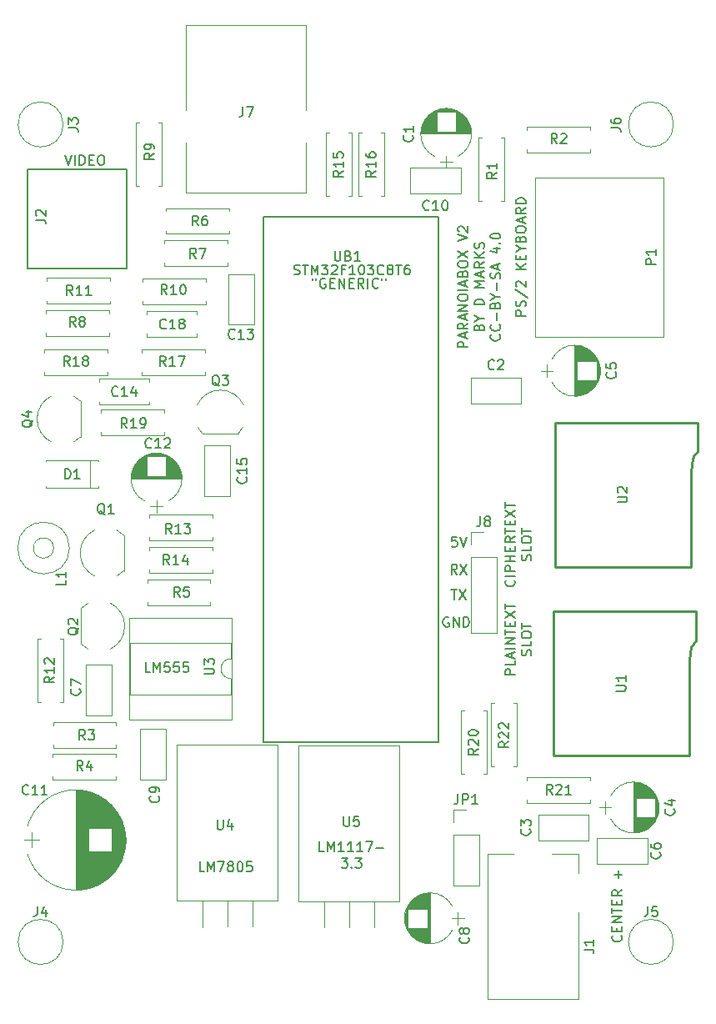
<source format=gbr>
G04 #@! TF.FileFunction,Legend,Top*
%FSLAX46Y46*%
G04 Gerber Fmt 4.6, Leading zero omitted, Abs format (unit mm)*
G04 Created by KiCad (PCBNEW 4.0.7) date 06/21/23 21:39:12*
%MOMM*%
%LPD*%
G01*
G04 APERTURE LIST*
%ADD10C,0.100000*%
%ADD11C,0.150000*%
%ADD12C,0.120000*%
%ADD13C,0.200000*%
%ADD14C,0.250000*%
G04 APERTURE END LIST*
D10*
D11*
X155448096Y-114054000D02*
X155352858Y-114006381D01*
X155210001Y-114006381D01*
X155067143Y-114054000D01*
X154971905Y-114149238D01*
X154924286Y-114244476D01*
X154876667Y-114434952D01*
X154876667Y-114577810D01*
X154924286Y-114768286D01*
X154971905Y-114863524D01*
X155067143Y-114958762D01*
X155210001Y-115006381D01*
X155305239Y-115006381D01*
X155448096Y-114958762D01*
X155495715Y-114911143D01*
X155495715Y-114577810D01*
X155305239Y-114577810D01*
X155924286Y-115006381D02*
X155924286Y-114006381D01*
X156495715Y-115006381D01*
X156495715Y-114006381D01*
X156971905Y-115006381D02*
X156971905Y-114006381D01*
X157210000Y-114006381D01*
X157352858Y-114054000D01*
X157448096Y-114149238D01*
X157495715Y-114244476D01*
X157543334Y-114434952D01*
X157543334Y-114577810D01*
X157495715Y-114768286D01*
X157448096Y-114863524D01*
X157352858Y-114958762D01*
X157210000Y-115006381D01*
X156971905Y-115006381D01*
X155702095Y-111212381D02*
X156273524Y-111212381D01*
X155987809Y-112212381D02*
X155987809Y-111212381D01*
X156511619Y-111212381D02*
X157178286Y-112212381D01*
X157178286Y-111212381D02*
X156511619Y-112212381D01*
X156297334Y-109672381D02*
X155964000Y-109196190D01*
X155725905Y-109672381D02*
X155725905Y-108672381D01*
X156106858Y-108672381D01*
X156202096Y-108720000D01*
X156249715Y-108767619D01*
X156297334Y-108862857D01*
X156297334Y-109005714D01*
X156249715Y-109100952D01*
X156202096Y-109148571D01*
X156106858Y-109196190D01*
X155725905Y-109196190D01*
X156630667Y-108672381D02*
X157297334Y-109672381D01*
X157297334Y-108672381D02*
X156630667Y-109672381D01*
X156273524Y-105878381D02*
X155797333Y-105878381D01*
X155749714Y-106354571D01*
X155797333Y-106306952D01*
X155892571Y-106259333D01*
X156130667Y-106259333D01*
X156225905Y-106306952D01*
X156273524Y-106354571D01*
X156321143Y-106449810D01*
X156321143Y-106687905D01*
X156273524Y-106783143D01*
X156225905Y-106830762D01*
X156130667Y-106878381D01*
X155892571Y-106878381D01*
X155797333Y-106830762D01*
X155749714Y-106783143D01*
X156606857Y-105878381D02*
X156940190Y-106878381D01*
X157273524Y-105878381D01*
X142814286Y-137827381D02*
X142338095Y-137827381D01*
X142338095Y-136827381D01*
X143147619Y-137827381D02*
X143147619Y-136827381D01*
X143480953Y-137541667D01*
X143814286Y-136827381D01*
X143814286Y-137827381D01*
X144814286Y-137827381D02*
X144242857Y-137827381D01*
X144528571Y-137827381D02*
X144528571Y-136827381D01*
X144433333Y-136970238D01*
X144338095Y-137065476D01*
X144242857Y-137113095D01*
X145766667Y-137827381D02*
X145195238Y-137827381D01*
X145480952Y-137827381D02*
X145480952Y-136827381D01*
X145385714Y-136970238D01*
X145290476Y-137065476D01*
X145195238Y-137113095D01*
X146719048Y-137827381D02*
X146147619Y-137827381D01*
X146433333Y-137827381D02*
X146433333Y-136827381D01*
X146338095Y-136970238D01*
X146242857Y-137065476D01*
X146147619Y-137113095D01*
X147052381Y-136827381D02*
X147719048Y-136827381D01*
X147290476Y-137827381D01*
X148100000Y-137446429D02*
X148861905Y-137446429D01*
X144552381Y-138477381D02*
X145171429Y-138477381D01*
X144838095Y-138858333D01*
X144980953Y-138858333D01*
X145076191Y-138905952D01*
X145123810Y-138953571D01*
X145171429Y-139048810D01*
X145171429Y-139286905D01*
X145123810Y-139382143D01*
X145076191Y-139429762D01*
X144980953Y-139477381D01*
X144695238Y-139477381D01*
X144600000Y-139429762D01*
X144552381Y-139382143D01*
X145600000Y-139382143D02*
X145647619Y-139429762D01*
X145600000Y-139477381D01*
X145552381Y-139429762D01*
X145600000Y-139382143D01*
X145600000Y-139477381D01*
X145980952Y-138477381D02*
X146600000Y-138477381D01*
X146266666Y-138858333D01*
X146409524Y-138858333D01*
X146504762Y-138905952D01*
X146552381Y-138953571D01*
X146600000Y-139048810D01*
X146600000Y-139286905D01*
X146552381Y-139382143D01*
X146504762Y-139429762D01*
X146409524Y-139477381D01*
X146123809Y-139477381D01*
X146028571Y-139429762D01*
X145980952Y-139382143D01*
X130633334Y-139852381D02*
X130157143Y-139852381D01*
X130157143Y-138852381D01*
X130966667Y-139852381D02*
X130966667Y-138852381D01*
X131300001Y-139566667D01*
X131633334Y-138852381D01*
X131633334Y-139852381D01*
X132014286Y-138852381D02*
X132680953Y-138852381D01*
X132252381Y-139852381D01*
X133204762Y-139280952D02*
X133109524Y-139233333D01*
X133061905Y-139185714D01*
X133014286Y-139090476D01*
X133014286Y-139042857D01*
X133061905Y-138947619D01*
X133109524Y-138900000D01*
X133204762Y-138852381D01*
X133395239Y-138852381D01*
X133490477Y-138900000D01*
X133538096Y-138947619D01*
X133585715Y-139042857D01*
X133585715Y-139090476D01*
X133538096Y-139185714D01*
X133490477Y-139233333D01*
X133395239Y-139280952D01*
X133204762Y-139280952D01*
X133109524Y-139328571D01*
X133061905Y-139376190D01*
X133014286Y-139471429D01*
X133014286Y-139661905D01*
X133061905Y-139757143D01*
X133109524Y-139804762D01*
X133204762Y-139852381D01*
X133395239Y-139852381D01*
X133490477Y-139804762D01*
X133538096Y-139757143D01*
X133585715Y-139661905D01*
X133585715Y-139471429D01*
X133538096Y-139376190D01*
X133490477Y-139328571D01*
X133395239Y-139280952D01*
X134204762Y-138852381D02*
X134300001Y-138852381D01*
X134395239Y-138900000D01*
X134442858Y-138947619D01*
X134490477Y-139042857D01*
X134538096Y-139233333D01*
X134538096Y-139471429D01*
X134490477Y-139661905D01*
X134442858Y-139757143D01*
X134395239Y-139804762D01*
X134300001Y-139852381D01*
X134204762Y-139852381D01*
X134109524Y-139804762D01*
X134061905Y-139757143D01*
X134014286Y-139661905D01*
X133966667Y-139471429D01*
X133966667Y-139233333D01*
X134014286Y-139042857D01*
X134061905Y-138947619D01*
X134109524Y-138900000D01*
X134204762Y-138852381D01*
X135442858Y-138852381D02*
X134966667Y-138852381D01*
X134919048Y-139328571D01*
X134966667Y-139280952D01*
X135061905Y-139233333D01*
X135300001Y-139233333D01*
X135395239Y-139280952D01*
X135442858Y-139328571D01*
X135490477Y-139423810D01*
X135490477Y-139661905D01*
X135442858Y-139757143D01*
X135395239Y-139804762D01*
X135300001Y-139852381D01*
X135061905Y-139852381D01*
X134966667Y-139804762D01*
X134919048Y-139757143D01*
X116482381Y-67122381D02*
X116815714Y-68122381D01*
X117149048Y-67122381D01*
X117482381Y-68122381D02*
X117482381Y-67122381D01*
X117958571Y-68122381D02*
X117958571Y-67122381D01*
X118196666Y-67122381D01*
X118339524Y-67170000D01*
X118434762Y-67265238D01*
X118482381Y-67360476D01*
X118530000Y-67550952D01*
X118530000Y-67693810D01*
X118482381Y-67884286D01*
X118434762Y-67979524D01*
X118339524Y-68074762D01*
X118196666Y-68122381D01*
X117958571Y-68122381D01*
X118958571Y-67598571D02*
X119291905Y-67598571D01*
X119434762Y-68122381D02*
X118958571Y-68122381D01*
X118958571Y-67122381D01*
X119434762Y-67122381D01*
X120053809Y-67122381D02*
X120244286Y-67122381D01*
X120339524Y-67170000D01*
X120434762Y-67265238D01*
X120482381Y-67455714D01*
X120482381Y-67789048D01*
X120434762Y-67979524D01*
X120339524Y-68074762D01*
X120244286Y-68122381D01*
X120053809Y-68122381D01*
X119958571Y-68074762D01*
X119863333Y-67979524D01*
X119815714Y-67789048D01*
X119815714Y-67455714D01*
X119863333Y-67265238D01*
X119958571Y-67170000D01*
X120053809Y-67122381D01*
X172957143Y-146350000D02*
X173004762Y-146397619D01*
X173052381Y-146540476D01*
X173052381Y-146635714D01*
X173004762Y-146778572D01*
X172909524Y-146873810D01*
X172814286Y-146921429D01*
X172623810Y-146969048D01*
X172480952Y-146969048D01*
X172290476Y-146921429D01*
X172195238Y-146873810D01*
X172100000Y-146778572D01*
X172052381Y-146635714D01*
X172052381Y-146540476D01*
X172100000Y-146397619D01*
X172147619Y-146350000D01*
X172528571Y-145921429D02*
X172528571Y-145588095D01*
X173052381Y-145445238D02*
X173052381Y-145921429D01*
X172052381Y-145921429D01*
X172052381Y-145445238D01*
X173052381Y-145016667D02*
X172052381Y-145016667D01*
X173052381Y-144445238D01*
X172052381Y-144445238D01*
X172052381Y-144111905D02*
X172052381Y-143540476D01*
X173052381Y-143826191D02*
X172052381Y-143826191D01*
X172528571Y-143207143D02*
X172528571Y-142873809D01*
X173052381Y-142730952D02*
X173052381Y-143207143D01*
X172052381Y-143207143D01*
X172052381Y-142730952D01*
X173052381Y-141730952D02*
X172576190Y-142064286D01*
X173052381Y-142302381D02*
X172052381Y-142302381D01*
X172052381Y-141921428D01*
X172100000Y-141826190D01*
X172147619Y-141778571D01*
X172242857Y-141730952D01*
X172385714Y-141730952D01*
X172480952Y-141778571D01*
X172528571Y-141826190D01*
X172576190Y-141921428D01*
X172576190Y-142302381D01*
X172671429Y-140540476D02*
X172671429Y-139778571D01*
X173052381Y-140159523D02*
X172290476Y-140159523D01*
X163266381Y-83422381D02*
X162266381Y-83422381D01*
X162266381Y-83041428D01*
X162314000Y-82946190D01*
X162361619Y-82898571D01*
X162456857Y-82850952D01*
X162599714Y-82850952D01*
X162694952Y-82898571D01*
X162742571Y-82946190D01*
X162790190Y-83041428D01*
X162790190Y-83422381D01*
X163218762Y-82470000D02*
X163266381Y-82327143D01*
X163266381Y-82089047D01*
X163218762Y-81993809D01*
X163171143Y-81946190D01*
X163075905Y-81898571D01*
X162980667Y-81898571D01*
X162885429Y-81946190D01*
X162837810Y-81993809D01*
X162790190Y-82089047D01*
X162742571Y-82279524D01*
X162694952Y-82374762D01*
X162647333Y-82422381D01*
X162552095Y-82470000D01*
X162456857Y-82470000D01*
X162361619Y-82422381D01*
X162314000Y-82374762D01*
X162266381Y-82279524D01*
X162266381Y-82041428D01*
X162314000Y-81898571D01*
X162218762Y-80755714D02*
X163504476Y-81612857D01*
X162361619Y-80470000D02*
X162314000Y-80422381D01*
X162266381Y-80327143D01*
X162266381Y-80089047D01*
X162314000Y-79993809D01*
X162361619Y-79946190D01*
X162456857Y-79898571D01*
X162552095Y-79898571D01*
X162694952Y-79946190D01*
X163266381Y-80517619D01*
X163266381Y-79898571D01*
X163266381Y-78708095D02*
X162266381Y-78708095D01*
X163266381Y-78136666D02*
X162694952Y-78565238D01*
X162266381Y-78136666D02*
X162837810Y-78708095D01*
X162742571Y-77708095D02*
X162742571Y-77374761D01*
X163266381Y-77231904D02*
X163266381Y-77708095D01*
X162266381Y-77708095D01*
X162266381Y-77231904D01*
X162790190Y-76612857D02*
X163266381Y-76612857D01*
X162266381Y-76946190D02*
X162790190Y-76612857D01*
X162266381Y-76279523D01*
X162742571Y-75612856D02*
X162790190Y-75469999D01*
X162837810Y-75422380D01*
X162933048Y-75374761D01*
X163075905Y-75374761D01*
X163171143Y-75422380D01*
X163218762Y-75469999D01*
X163266381Y-75565237D01*
X163266381Y-75946190D01*
X162266381Y-75946190D01*
X162266381Y-75612856D01*
X162314000Y-75517618D01*
X162361619Y-75469999D01*
X162456857Y-75422380D01*
X162552095Y-75422380D01*
X162647333Y-75469999D01*
X162694952Y-75517618D01*
X162742571Y-75612856D01*
X162742571Y-75946190D01*
X162266381Y-74755714D02*
X162266381Y-74565237D01*
X162314000Y-74469999D01*
X162409238Y-74374761D01*
X162599714Y-74327142D01*
X162933048Y-74327142D01*
X163123524Y-74374761D01*
X163218762Y-74469999D01*
X163266381Y-74565237D01*
X163266381Y-74755714D01*
X163218762Y-74850952D01*
X163123524Y-74946190D01*
X162933048Y-74993809D01*
X162599714Y-74993809D01*
X162409238Y-74946190D01*
X162314000Y-74850952D01*
X162266381Y-74755714D01*
X162980667Y-73946190D02*
X162980667Y-73469999D01*
X163266381Y-74041428D02*
X162266381Y-73708095D01*
X163266381Y-73374761D01*
X163266381Y-72469999D02*
X162790190Y-72803333D01*
X163266381Y-73041428D02*
X162266381Y-73041428D01*
X162266381Y-72660475D01*
X162314000Y-72565237D01*
X162361619Y-72517618D01*
X162456857Y-72469999D01*
X162599714Y-72469999D01*
X162694952Y-72517618D01*
X162742571Y-72565237D01*
X162790190Y-72660475D01*
X162790190Y-73041428D01*
X163266381Y-72041428D02*
X162266381Y-72041428D01*
X162266381Y-71803333D01*
X162314000Y-71660475D01*
X162409238Y-71565237D01*
X162504476Y-71517618D01*
X162694952Y-71469999D01*
X162837810Y-71469999D01*
X163028286Y-71517618D01*
X163123524Y-71565237D01*
X163218762Y-71660475D01*
X163266381Y-71803333D01*
X163266381Y-72041428D01*
X162092143Y-110275238D02*
X162139762Y-110322857D01*
X162187381Y-110465714D01*
X162187381Y-110560952D01*
X162139762Y-110703810D01*
X162044524Y-110799048D01*
X161949286Y-110846667D01*
X161758810Y-110894286D01*
X161615952Y-110894286D01*
X161425476Y-110846667D01*
X161330238Y-110799048D01*
X161235000Y-110703810D01*
X161187381Y-110560952D01*
X161187381Y-110465714D01*
X161235000Y-110322857D01*
X161282619Y-110275238D01*
X162187381Y-109846667D02*
X161187381Y-109846667D01*
X162187381Y-109370477D02*
X161187381Y-109370477D01*
X161187381Y-108989524D01*
X161235000Y-108894286D01*
X161282619Y-108846667D01*
X161377857Y-108799048D01*
X161520714Y-108799048D01*
X161615952Y-108846667D01*
X161663571Y-108894286D01*
X161711190Y-108989524D01*
X161711190Y-109370477D01*
X162187381Y-108370477D02*
X161187381Y-108370477D01*
X161663571Y-108370477D02*
X161663571Y-107799048D01*
X162187381Y-107799048D02*
X161187381Y-107799048D01*
X161663571Y-107322858D02*
X161663571Y-106989524D01*
X162187381Y-106846667D02*
X162187381Y-107322858D01*
X161187381Y-107322858D01*
X161187381Y-106846667D01*
X162187381Y-105846667D02*
X161711190Y-106180001D01*
X162187381Y-106418096D02*
X161187381Y-106418096D01*
X161187381Y-106037143D01*
X161235000Y-105941905D01*
X161282619Y-105894286D01*
X161377857Y-105846667D01*
X161520714Y-105846667D01*
X161615952Y-105894286D01*
X161663571Y-105941905D01*
X161711190Y-106037143D01*
X161711190Y-106418096D01*
X161187381Y-105560953D02*
X161187381Y-104989524D01*
X162187381Y-105275239D02*
X161187381Y-105275239D01*
X161663571Y-104656191D02*
X161663571Y-104322857D01*
X162187381Y-104180000D02*
X162187381Y-104656191D01*
X161187381Y-104656191D01*
X161187381Y-104180000D01*
X161187381Y-103846667D02*
X162187381Y-103180000D01*
X161187381Y-103180000D02*
X162187381Y-103846667D01*
X161187381Y-102941905D02*
X161187381Y-102370476D01*
X162187381Y-102656191D02*
X161187381Y-102656191D01*
X163789762Y-108275238D02*
X163837381Y-108132381D01*
X163837381Y-107894285D01*
X163789762Y-107799047D01*
X163742143Y-107751428D01*
X163646905Y-107703809D01*
X163551667Y-107703809D01*
X163456429Y-107751428D01*
X163408810Y-107799047D01*
X163361190Y-107894285D01*
X163313571Y-108084762D01*
X163265952Y-108180000D01*
X163218333Y-108227619D01*
X163123095Y-108275238D01*
X163027857Y-108275238D01*
X162932619Y-108227619D01*
X162885000Y-108180000D01*
X162837381Y-108084762D01*
X162837381Y-107846666D01*
X162885000Y-107703809D01*
X163837381Y-106799047D02*
X163837381Y-107275238D01*
X162837381Y-107275238D01*
X162837381Y-106275238D02*
X162837381Y-106084761D01*
X162885000Y-105989523D01*
X162980238Y-105894285D01*
X163170714Y-105846666D01*
X163504048Y-105846666D01*
X163694524Y-105894285D01*
X163789762Y-105989523D01*
X163837381Y-106084761D01*
X163837381Y-106275238D01*
X163789762Y-106370476D01*
X163694524Y-106465714D01*
X163504048Y-106513333D01*
X163170714Y-106513333D01*
X162980238Y-106465714D01*
X162885000Y-106370476D01*
X162837381Y-106275238D01*
X162837381Y-105560952D02*
X162837381Y-104989523D01*
X163837381Y-105275238D02*
X162837381Y-105275238D01*
X162187381Y-119879619D02*
X161187381Y-119879619D01*
X161187381Y-119498666D01*
X161235000Y-119403428D01*
X161282619Y-119355809D01*
X161377857Y-119308190D01*
X161520714Y-119308190D01*
X161615952Y-119355809D01*
X161663571Y-119403428D01*
X161711190Y-119498666D01*
X161711190Y-119879619D01*
X162187381Y-118403428D02*
X162187381Y-118879619D01*
X161187381Y-118879619D01*
X161901667Y-118117714D02*
X161901667Y-117641523D01*
X162187381Y-118212952D02*
X161187381Y-117879619D01*
X162187381Y-117546285D01*
X162187381Y-117212952D02*
X161187381Y-117212952D01*
X162187381Y-116736762D02*
X161187381Y-116736762D01*
X162187381Y-116165333D01*
X161187381Y-116165333D01*
X161187381Y-115832000D02*
X161187381Y-115260571D01*
X162187381Y-115546286D02*
X161187381Y-115546286D01*
X161663571Y-114927238D02*
X161663571Y-114593904D01*
X162187381Y-114451047D02*
X162187381Y-114927238D01*
X161187381Y-114927238D01*
X161187381Y-114451047D01*
X161187381Y-114117714D02*
X162187381Y-113451047D01*
X161187381Y-113451047D02*
X162187381Y-114117714D01*
X161187381Y-113212952D02*
X161187381Y-112641523D01*
X162187381Y-112927238D02*
X161187381Y-112927238D01*
X163789762Y-117927238D02*
X163837381Y-117784381D01*
X163837381Y-117546285D01*
X163789762Y-117451047D01*
X163742143Y-117403428D01*
X163646905Y-117355809D01*
X163551667Y-117355809D01*
X163456429Y-117403428D01*
X163408810Y-117451047D01*
X163361190Y-117546285D01*
X163313571Y-117736762D01*
X163265952Y-117832000D01*
X163218333Y-117879619D01*
X163123095Y-117927238D01*
X163027857Y-117927238D01*
X162932619Y-117879619D01*
X162885000Y-117832000D01*
X162837381Y-117736762D01*
X162837381Y-117498666D01*
X162885000Y-117355809D01*
X163837381Y-116451047D02*
X163837381Y-116927238D01*
X162837381Y-116927238D01*
X162837381Y-115927238D02*
X162837381Y-115736761D01*
X162885000Y-115641523D01*
X162980238Y-115546285D01*
X163170714Y-115498666D01*
X163504048Y-115498666D01*
X163694524Y-115546285D01*
X163789762Y-115641523D01*
X163837381Y-115736761D01*
X163837381Y-115927238D01*
X163789762Y-116022476D01*
X163694524Y-116117714D01*
X163504048Y-116165333D01*
X163170714Y-116165333D01*
X162980238Y-116117714D01*
X162885000Y-116022476D01*
X162837381Y-115927238D01*
X162837381Y-115212952D02*
X162837381Y-114641523D01*
X163837381Y-114927238D02*
X162837381Y-114927238D01*
X157402381Y-86619048D02*
X156402381Y-86619048D01*
X156402381Y-86238095D01*
X156450000Y-86142857D01*
X156497619Y-86095238D01*
X156592857Y-86047619D01*
X156735714Y-86047619D01*
X156830952Y-86095238D01*
X156878571Y-86142857D01*
X156926190Y-86238095D01*
X156926190Y-86619048D01*
X157116667Y-85666667D02*
X157116667Y-85190476D01*
X157402381Y-85761905D02*
X156402381Y-85428572D01*
X157402381Y-85095238D01*
X157402381Y-84190476D02*
X156926190Y-84523810D01*
X157402381Y-84761905D02*
X156402381Y-84761905D01*
X156402381Y-84380952D01*
X156450000Y-84285714D01*
X156497619Y-84238095D01*
X156592857Y-84190476D01*
X156735714Y-84190476D01*
X156830952Y-84238095D01*
X156878571Y-84285714D01*
X156926190Y-84380952D01*
X156926190Y-84761905D01*
X157116667Y-83809524D02*
X157116667Y-83333333D01*
X157402381Y-83904762D02*
X156402381Y-83571429D01*
X157402381Y-83238095D01*
X157402381Y-82904762D02*
X156402381Y-82904762D01*
X157402381Y-82333333D01*
X156402381Y-82333333D01*
X156402381Y-81666667D02*
X156402381Y-81476190D01*
X156450000Y-81380952D01*
X156545238Y-81285714D01*
X156735714Y-81238095D01*
X157069048Y-81238095D01*
X157259524Y-81285714D01*
X157354762Y-81380952D01*
X157402381Y-81476190D01*
X157402381Y-81666667D01*
X157354762Y-81761905D01*
X157259524Y-81857143D01*
X157069048Y-81904762D01*
X156735714Y-81904762D01*
X156545238Y-81857143D01*
X156450000Y-81761905D01*
X156402381Y-81666667D01*
X157402381Y-80809524D02*
X156402381Y-80809524D01*
X157116667Y-80380953D02*
X157116667Y-79904762D01*
X157402381Y-80476191D02*
X156402381Y-80142858D01*
X157402381Y-79809524D01*
X156878571Y-79142857D02*
X156926190Y-79000000D01*
X156973810Y-78952381D01*
X157069048Y-78904762D01*
X157211905Y-78904762D01*
X157307143Y-78952381D01*
X157354762Y-79000000D01*
X157402381Y-79095238D01*
X157402381Y-79476191D01*
X156402381Y-79476191D01*
X156402381Y-79142857D01*
X156450000Y-79047619D01*
X156497619Y-79000000D01*
X156592857Y-78952381D01*
X156688095Y-78952381D01*
X156783333Y-79000000D01*
X156830952Y-79047619D01*
X156878571Y-79142857D01*
X156878571Y-79476191D01*
X156402381Y-78285715D02*
X156402381Y-78095238D01*
X156450000Y-78000000D01*
X156545238Y-77904762D01*
X156735714Y-77857143D01*
X157069048Y-77857143D01*
X157259524Y-77904762D01*
X157354762Y-78000000D01*
X157402381Y-78095238D01*
X157402381Y-78285715D01*
X157354762Y-78380953D01*
X157259524Y-78476191D01*
X157069048Y-78523810D01*
X156735714Y-78523810D01*
X156545238Y-78476191D01*
X156450000Y-78380953D01*
X156402381Y-78285715D01*
X156402381Y-77523810D02*
X157402381Y-76857143D01*
X156402381Y-76857143D02*
X157402381Y-77523810D01*
X156402381Y-75857143D02*
X157402381Y-75523810D01*
X156402381Y-75190476D01*
X156497619Y-74904762D02*
X156450000Y-74857143D01*
X156402381Y-74761905D01*
X156402381Y-74523809D01*
X156450000Y-74428571D01*
X156497619Y-74380952D01*
X156592857Y-74333333D01*
X156688095Y-74333333D01*
X156830952Y-74380952D01*
X157402381Y-74952381D01*
X157402381Y-74333333D01*
X158528571Y-84595238D02*
X158576190Y-84452381D01*
X158623810Y-84404762D01*
X158719048Y-84357143D01*
X158861905Y-84357143D01*
X158957143Y-84404762D01*
X159004762Y-84452381D01*
X159052381Y-84547619D01*
X159052381Y-84928572D01*
X158052381Y-84928572D01*
X158052381Y-84595238D01*
X158100000Y-84500000D01*
X158147619Y-84452381D01*
X158242857Y-84404762D01*
X158338095Y-84404762D01*
X158433333Y-84452381D01*
X158480952Y-84500000D01*
X158528571Y-84595238D01*
X158528571Y-84928572D01*
X158576190Y-83738096D02*
X159052381Y-83738096D01*
X158052381Y-84071429D02*
X158576190Y-83738096D01*
X158052381Y-83404762D01*
X159052381Y-82309524D02*
X158052381Y-82309524D01*
X158052381Y-82071429D01*
X158100000Y-81928571D01*
X158195238Y-81833333D01*
X158290476Y-81785714D01*
X158480952Y-81738095D01*
X158623810Y-81738095D01*
X158814286Y-81785714D01*
X158909524Y-81833333D01*
X159004762Y-81928571D01*
X159052381Y-82071429D01*
X159052381Y-82309524D01*
X159052381Y-80547619D02*
X158052381Y-80547619D01*
X158766667Y-80214285D01*
X158052381Y-79880952D01*
X159052381Y-79880952D01*
X158766667Y-79452381D02*
X158766667Y-78976190D01*
X159052381Y-79547619D02*
X158052381Y-79214286D01*
X159052381Y-78880952D01*
X159052381Y-77976190D02*
X158576190Y-78309524D01*
X159052381Y-78547619D02*
X158052381Y-78547619D01*
X158052381Y-78166666D01*
X158100000Y-78071428D01*
X158147619Y-78023809D01*
X158242857Y-77976190D01*
X158385714Y-77976190D01*
X158480952Y-78023809D01*
X158528571Y-78071428D01*
X158576190Y-78166666D01*
X158576190Y-78547619D01*
X159052381Y-77547619D02*
X158052381Y-77547619D01*
X159052381Y-76976190D02*
X158480952Y-77404762D01*
X158052381Y-76976190D02*
X158623810Y-77547619D01*
X159004762Y-76595238D02*
X159052381Y-76452381D01*
X159052381Y-76214285D01*
X159004762Y-76119047D01*
X158957143Y-76071428D01*
X158861905Y-76023809D01*
X158766667Y-76023809D01*
X158671429Y-76071428D01*
X158623810Y-76119047D01*
X158576190Y-76214285D01*
X158528571Y-76404762D01*
X158480952Y-76500000D01*
X158433333Y-76547619D01*
X158338095Y-76595238D01*
X158242857Y-76595238D01*
X158147619Y-76547619D01*
X158100000Y-76500000D01*
X158052381Y-76404762D01*
X158052381Y-76166666D01*
X158100000Y-76023809D01*
X160607143Y-85333333D02*
X160654762Y-85380952D01*
X160702381Y-85523809D01*
X160702381Y-85619047D01*
X160654762Y-85761905D01*
X160559524Y-85857143D01*
X160464286Y-85904762D01*
X160273810Y-85952381D01*
X160130952Y-85952381D01*
X159940476Y-85904762D01*
X159845238Y-85857143D01*
X159750000Y-85761905D01*
X159702381Y-85619047D01*
X159702381Y-85523809D01*
X159750000Y-85380952D01*
X159797619Y-85333333D01*
X160607143Y-84333333D02*
X160654762Y-84380952D01*
X160702381Y-84523809D01*
X160702381Y-84619047D01*
X160654762Y-84761905D01*
X160559524Y-84857143D01*
X160464286Y-84904762D01*
X160273810Y-84952381D01*
X160130952Y-84952381D01*
X159940476Y-84904762D01*
X159845238Y-84857143D01*
X159750000Y-84761905D01*
X159702381Y-84619047D01*
X159702381Y-84523809D01*
X159750000Y-84380952D01*
X159797619Y-84333333D01*
X160321429Y-83904762D02*
X160321429Y-83142857D01*
X160178571Y-82333333D02*
X160226190Y-82190476D01*
X160273810Y-82142857D01*
X160369048Y-82095238D01*
X160511905Y-82095238D01*
X160607143Y-82142857D01*
X160654762Y-82190476D01*
X160702381Y-82285714D01*
X160702381Y-82666667D01*
X159702381Y-82666667D01*
X159702381Y-82333333D01*
X159750000Y-82238095D01*
X159797619Y-82190476D01*
X159892857Y-82142857D01*
X159988095Y-82142857D01*
X160083333Y-82190476D01*
X160130952Y-82238095D01*
X160178571Y-82333333D01*
X160178571Y-82666667D01*
X160226190Y-81476191D02*
X160702381Y-81476191D01*
X159702381Y-81809524D02*
X160226190Y-81476191D01*
X159702381Y-81142857D01*
X160321429Y-80809524D02*
X160321429Y-80047619D01*
X160654762Y-79619048D02*
X160702381Y-79476191D01*
X160702381Y-79238095D01*
X160654762Y-79142857D01*
X160607143Y-79095238D01*
X160511905Y-79047619D01*
X160416667Y-79047619D01*
X160321429Y-79095238D01*
X160273810Y-79142857D01*
X160226190Y-79238095D01*
X160178571Y-79428572D01*
X160130952Y-79523810D01*
X160083333Y-79571429D01*
X159988095Y-79619048D01*
X159892857Y-79619048D01*
X159797619Y-79571429D01*
X159750000Y-79523810D01*
X159702381Y-79428572D01*
X159702381Y-79190476D01*
X159750000Y-79047619D01*
X160416667Y-78666667D02*
X160416667Y-78190476D01*
X160702381Y-78761905D02*
X159702381Y-78428572D01*
X160702381Y-78095238D01*
X160035714Y-76571428D02*
X160702381Y-76571428D01*
X159654762Y-76809524D02*
X160369048Y-77047619D01*
X160369048Y-76428571D01*
X160607143Y-76047619D02*
X160654762Y-76000000D01*
X160702381Y-76047619D01*
X160654762Y-76095238D01*
X160607143Y-76047619D01*
X160702381Y-76047619D01*
X159702381Y-75380953D02*
X159702381Y-75285714D01*
X159750000Y-75190476D01*
X159797619Y-75142857D01*
X159892857Y-75095238D01*
X160083333Y-75047619D01*
X160321429Y-75047619D01*
X160511905Y-75095238D01*
X160607143Y-75142857D01*
X160654762Y-75190476D01*
X160702381Y-75285714D01*
X160702381Y-75380953D01*
X160654762Y-75476191D01*
X160607143Y-75523810D01*
X160511905Y-75571429D01*
X160321429Y-75619048D01*
X160083333Y-75619048D01*
X159892857Y-75571429D01*
X159797619Y-75523810D01*
X159750000Y-75476191D01*
X159702381Y-75380953D01*
X125139524Y-119592381D02*
X124663333Y-119592381D01*
X124663333Y-118592381D01*
X125472857Y-119592381D02*
X125472857Y-118592381D01*
X125806191Y-119306667D01*
X126139524Y-118592381D01*
X126139524Y-119592381D01*
X127091905Y-118592381D02*
X126615714Y-118592381D01*
X126568095Y-119068571D01*
X126615714Y-119020952D01*
X126710952Y-118973333D01*
X126949048Y-118973333D01*
X127044286Y-119020952D01*
X127091905Y-119068571D01*
X127139524Y-119163810D01*
X127139524Y-119401905D01*
X127091905Y-119497143D01*
X127044286Y-119544762D01*
X126949048Y-119592381D01*
X126710952Y-119592381D01*
X126615714Y-119544762D01*
X126568095Y-119497143D01*
X128044286Y-118592381D02*
X127568095Y-118592381D01*
X127520476Y-119068571D01*
X127568095Y-119020952D01*
X127663333Y-118973333D01*
X127901429Y-118973333D01*
X127996667Y-119020952D01*
X128044286Y-119068571D01*
X128091905Y-119163810D01*
X128091905Y-119401905D01*
X128044286Y-119497143D01*
X127996667Y-119544762D01*
X127901429Y-119592381D01*
X127663333Y-119592381D01*
X127568095Y-119544762D01*
X127520476Y-119497143D01*
X128996667Y-118592381D02*
X128520476Y-118592381D01*
X128472857Y-119068571D01*
X128520476Y-119020952D01*
X128615714Y-118973333D01*
X128853810Y-118973333D01*
X128949048Y-119020952D01*
X128996667Y-119068571D01*
X129044286Y-119163810D01*
X129044286Y-119401905D01*
X128996667Y-119497143D01*
X128949048Y-119544762D01*
X128853810Y-119592381D01*
X128615714Y-119592381D01*
X128520476Y-119544762D01*
X128472857Y-119497143D01*
D12*
X122470000Y-109320000D02*
X122470000Y-105720000D01*
X121742795Y-109844184D02*
G75*
G03X122470000Y-109320000I-1122795J2324184D01*
G01*
X119521193Y-109876400D02*
G75*
G02X118020000Y-107520000I1098807J2356400D01*
G01*
X119521193Y-105163600D02*
G75*
G03X118020000Y-107520000I1098807J-2356400D01*
G01*
X121742795Y-105195816D02*
G75*
G02X122470000Y-105720000I-1122795J-2324184D01*
G01*
D13*
X136652000Y-126746000D02*
X154432000Y-126746000D01*
X136652000Y-73406000D02*
X154432000Y-73406000D01*
X154432000Y-126746000D02*
X154432000Y-73406000D01*
X136652000Y-73406000D02*
X136652000Y-126746000D01*
X112710000Y-78590000D02*
X112710000Y-68590000D01*
X112710000Y-68590000D02*
X122710000Y-68590000D01*
X122710000Y-68590000D02*
X122710000Y-78590000D01*
X122710000Y-78590000D02*
X112710000Y-78590000D01*
D12*
X154020277Y-62644278D02*
G75*
G03X154020000Y-67255580I1179723J-2305722D01*
G01*
X156379723Y-62644278D02*
G75*
G02X156380000Y-67255580I-1179723J-2305722D01*
G01*
X156379723Y-62644278D02*
G75*
G03X154020000Y-62644420I-1179723J-2305722D01*
G01*
X152650000Y-64950000D02*
X157750000Y-64950000D01*
X152650000Y-64910000D02*
X157750000Y-64910000D01*
X152651000Y-64870000D02*
X157749000Y-64870000D01*
X152652000Y-64830000D02*
X157748000Y-64830000D01*
X152654000Y-64790000D02*
X157746000Y-64790000D01*
X152657000Y-64750000D02*
X157743000Y-64750000D01*
X152661000Y-64710000D02*
X157739000Y-64710000D01*
X152665000Y-64670000D02*
X154220000Y-64670000D01*
X156180000Y-64670000D02*
X157735000Y-64670000D01*
X152669000Y-64630000D02*
X154220000Y-64630000D01*
X156180000Y-64630000D02*
X157731000Y-64630000D01*
X152675000Y-64590000D02*
X154220000Y-64590000D01*
X156180000Y-64590000D02*
X157725000Y-64590000D01*
X152681000Y-64550000D02*
X154220000Y-64550000D01*
X156180000Y-64550000D02*
X157719000Y-64550000D01*
X152687000Y-64510000D02*
X154220000Y-64510000D01*
X156180000Y-64510000D02*
X157713000Y-64510000D01*
X152694000Y-64470000D02*
X154220000Y-64470000D01*
X156180000Y-64470000D02*
X157706000Y-64470000D01*
X152702000Y-64430000D02*
X154220000Y-64430000D01*
X156180000Y-64430000D02*
X157698000Y-64430000D01*
X152711000Y-64390000D02*
X154220000Y-64390000D01*
X156180000Y-64390000D02*
X157689000Y-64390000D01*
X152720000Y-64350000D02*
X154220000Y-64350000D01*
X156180000Y-64350000D02*
X157680000Y-64350000D01*
X152730000Y-64310000D02*
X154220000Y-64310000D01*
X156180000Y-64310000D02*
X157670000Y-64310000D01*
X152740000Y-64270000D02*
X154220000Y-64270000D01*
X156180000Y-64270000D02*
X157660000Y-64270000D01*
X152752000Y-64229000D02*
X154220000Y-64229000D01*
X156180000Y-64229000D02*
X157648000Y-64229000D01*
X152764000Y-64189000D02*
X154220000Y-64189000D01*
X156180000Y-64189000D02*
X157636000Y-64189000D01*
X152776000Y-64149000D02*
X154220000Y-64149000D01*
X156180000Y-64149000D02*
X157624000Y-64149000D01*
X152790000Y-64109000D02*
X154220000Y-64109000D01*
X156180000Y-64109000D02*
X157610000Y-64109000D01*
X152804000Y-64069000D02*
X154220000Y-64069000D01*
X156180000Y-64069000D02*
X157596000Y-64069000D01*
X152818000Y-64029000D02*
X154220000Y-64029000D01*
X156180000Y-64029000D02*
X157582000Y-64029000D01*
X152834000Y-63989000D02*
X154220000Y-63989000D01*
X156180000Y-63989000D02*
X157566000Y-63989000D01*
X152850000Y-63949000D02*
X154220000Y-63949000D01*
X156180000Y-63949000D02*
X157550000Y-63949000D01*
X152867000Y-63909000D02*
X154220000Y-63909000D01*
X156180000Y-63909000D02*
X157533000Y-63909000D01*
X152885000Y-63869000D02*
X154220000Y-63869000D01*
X156180000Y-63869000D02*
X157515000Y-63869000D01*
X152904000Y-63829000D02*
X154220000Y-63829000D01*
X156180000Y-63829000D02*
X157496000Y-63829000D01*
X152924000Y-63789000D02*
X154220000Y-63789000D01*
X156180000Y-63789000D02*
X157476000Y-63789000D01*
X152944000Y-63749000D02*
X154220000Y-63749000D01*
X156180000Y-63749000D02*
X157456000Y-63749000D01*
X152966000Y-63709000D02*
X154220000Y-63709000D01*
X156180000Y-63709000D02*
X157434000Y-63709000D01*
X152988000Y-63669000D02*
X154220000Y-63669000D01*
X156180000Y-63669000D02*
X157412000Y-63669000D01*
X153011000Y-63629000D02*
X154220000Y-63629000D01*
X156180000Y-63629000D02*
X157389000Y-63629000D01*
X153035000Y-63589000D02*
X154220000Y-63589000D01*
X156180000Y-63589000D02*
X157365000Y-63589000D01*
X153060000Y-63549000D02*
X154220000Y-63549000D01*
X156180000Y-63549000D02*
X157340000Y-63549000D01*
X153087000Y-63509000D02*
X154220000Y-63509000D01*
X156180000Y-63509000D02*
X157313000Y-63509000D01*
X153114000Y-63469000D02*
X154220000Y-63469000D01*
X156180000Y-63469000D02*
X157286000Y-63469000D01*
X153142000Y-63429000D02*
X154220000Y-63429000D01*
X156180000Y-63429000D02*
X157258000Y-63429000D01*
X153172000Y-63389000D02*
X154220000Y-63389000D01*
X156180000Y-63389000D02*
X157228000Y-63389000D01*
X153203000Y-63349000D02*
X154220000Y-63349000D01*
X156180000Y-63349000D02*
X157197000Y-63349000D01*
X153235000Y-63309000D02*
X154220000Y-63309000D01*
X156180000Y-63309000D02*
X157165000Y-63309000D01*
X153268000Y-63269000D02*
X154220000Y-63269000D01*
X156180000Y-63269000D02*
X157132000Y-63269000D01*
X153303000Y-63229000D02*
X154220000Y-63229000D01*
X156180000Y-63229000D02*
X157097000Y-63229000D01*
X153339000Y-63189000D02*
X154220000Y-63189000D01*
X156180000Y-63189000D02*
X157061000Y-63189000D01*
X153377000Y-63149000D02*
X154220000Y-63149000D01*
X156180000Y-63149000D02*
X157023000Y-63149000D01*
X153417000Y-63109000D02*
X154220000Y-63109000D01*
X156180000Y-63109000D02*
X156983000Y-63109000D01*
X153458000Y-63069000D02*
X154220000Y-63069000D01*
X156180000Y-63069000D02*
X156942000Y-63069000D01*
X153501000Y-63029000D02*
X154220000Y-63029000D01*
X156180000Y-63029000D02*
X156899000Y-63029000D01*
X153546000Y-62989000D02*
X154220000Y-62989000D01*
X156180000Y-62989000D02*
X156854000Y-62989000D01*
X153594000Y-62949000D02*
X154220000Y-62949000D01*
X156180000Y-62949000D02*
X156806000Y-62949000D01*
X153644000Y-62909000D02*
X154220000Y-62909000D01*
X156180000Y-62909000D02*
X156756000Y-62909000D01*
X153696000Y-62869000D02*
X154220000Y-62869000D01*
X156180000Y-62869000D02*
X156704000Y-62869000D01*
X153752000Y-62829000D02*
X154220000Y-62829000D01*
X156180000Y-62829000D02*
X156648000Y-62829000D01*
X153810000Y-62789000D02*
X154220000Y-62789000D01*
X156180000Y-62789000D02*
X156590000Y-62789000D01*
X153873000Y-62749000D02*
X154220000Y-62749000D01*
X156180000Y-62749000D02*
X156527000Y-62749000D01*
X153939000Y-62709000D02*
X156461000Y-62709000D01*
X154011000Y-62669000D02*
X156389000Y-62669000D01*
X154088000Y-62629000D02*
X156312000Y-62629000D01*
X154172000Y-62589000D02*
X156228000Y-62589000D01*
X154266000Y-62549000D02*
X156134000Y-62549000D01*
X154371000Y-62509000D02*
X156029000Y-62509000D01*
X154493000Y-62469000D02*
X155907000Y-62469000D01*
X154641000Y-62429000D02*
X155759000Y-62429000D01*
X154846000Y-62389000D02*
X155554000Y-62389000D01*
X155200000Y-68400000D02*
X155200000Y-67200000D01*
X154550000Y-67800000D02*
X155850000Y-67800000D01*
X126735000Y-125390000D02*
X126735000Y-130510000D01*
X124115000Y-125390000D02*
X124115000Y-130510000D01*
X126735000Y-125390000D02*
X124115000Y-125390000D01*
X126735000Y-130510000D02*
X124115000Y-130510000D01*
X121675000Y-127005000D02*
X121675000Y-127335000D01*
X121675000Y-127335000D02*
X115255000Y-127335000D01*
X115255000Y-127335000D02*
X115255000Y-127005000D01*
X121675000Y-125045000D02*
X121675000Y-124715000D01*
X121675000Y-124715000D02*
X115255000Y-124715000D01*
X115255000Y-124715000D02*
X115255000Y-125045000D01*
X157690000Y-89690000D02*
X162810000Y-89690000D01*
X157690000Y-92310000D02*
X162810000Y-92310000D01*
X157690000Y-89690000D02*
X157690000Y-92310000D01*
X162810000Y-89690000D02*
X162810000Y-92310000D01*
X164552000Y-134072000D02*
X169672000Y-134072000D01*
X164552000Y-136692000D02*
X169672000Y-136692000D01*
X164552000Y-134072000D02*
X164552000Y-136692000D01*
X169672000Y-134072000D02*
X169672000Y-136692000D01*
X176529722Y-132170277D02*
G75*
G03X171918420Y-132170000I-2305722J-1179723D01*
G01*
X176529722Y-134529723D02*
G75*
G02X171918420Y-134530000I-2305722J1179723D01*
G01*
X176529722Y-134529723D02*
G75*
G03X176529580Y-132170000I-2305722J1179723D01*
G01*
X174224000Y-130800000D02*
X174224000Y-135900000D01*
X174264000Y-130800000D02*
X174264000Y-135900000D01*
X174304000Y-130801000D02*
X174304000Y-135899000D01*
X174344000Y-130802000D02*
X174344000Y-135898000D01*
X174384000Y-130804000D02*
X174384000Y-135896000D01*
X174424000Y-130807000D02*
X174424000Y-135893000D01*
X174464000Y-130811000D02*
X174464000Y-135889000D01*
X174504000Y-130815000D02*
X174504000Y-132370000D01*
X174504000Y-134330000D02*
X174504000Y-135885000D01*
X174544000Y-130819000D02*
X174544000Y-132370000D01*
X174544000Y-134330000D02*
X174544000Y-135881000D01*
X174584000Y-130825000D02*
X174584000Y-132370000D01*
X174584000Y-134330000D02*
X174584000Y-135875000D01*
X174624000Y-130831000D02*
X174624000Y-132370000D01*
X174624000Y-134330000D02*
X174624000Y-135869000D01*
X174664000Y-130837000D02*
X174664000Y-132370000D01*
X174664000Y-134330000D02*
X174664000Y-135863000D01*
X174704000Y-130844000D02*
X174704000Y-132370000D01*
X174704000Y-134330000D02*
X174704000Y-135856000D01*
X174744000Y-130852000D02*
X174744000Y-132370000D01*
X174744000Y-134330000D02*
X174744000Y-135848000D01*
X174784000Y-130861000D02*
X174784000Y-132370000D01*
X174784000Y-134330000D02*
X174784000Y-135839000D01*
X174824000Y-130870000D02*
X174824000Y-132370000D01*
X174824000Y-134330000D02*
X174824000Y-135830000D01*
X174864000Y-130880000D02*
X174864000Y-132370000D01*
X174864000Y-134330000D02*
X174864000Y-135820000D01*
X174904000Y-130890000D02*
X174904000Y-132370000D01*
X174904000Y-134330000D02*
X174904000Y-135810000D01*
X174945000Y-130902000D02*
X174945000Y-132370000D01*
X174945000Y-134330000D02*
X174945000Y-135798000D01*
X174985000Y-130914000D02*
X174985000Y-132370000D01*
X174985000Y-134330000D02*
X174985000Y-135786000D01*
X175025000Y-130926000D02*
X175025000Y-132370000D01*
X175025000Y-134330000D02*
X175025000Y-135774000D01*
X175065000Y-130940000D02*
X175065000Y-132370000D01*
X175065000Y-134330000D02*
X175065000Y-135760000D01*
X175105000Y-130954000D02*
X175105000Y-132370000D01*
X175105000Y-134330000D02*
X175105000Y-135746000D01*
X175145000Y-130968000D02*
X175145000Y-132370000D01*
X175145000Y-134330000D02*
X175145000Y-135732000D01*
X175185000Y-130984000D02*
X175185000Y-132370000D01*
X175185000Y-134330000D02*
X175185000Y-135716000D01*
X175225000Y-131000000D02*
X175225000Y-132370000D01*
X175225000Y-134330000D02*
X175225000Y-135700000D01*
X175265000Y-131017000D02*
X175265000Y-132370000D01*
X175265000Y-134330000D02*
X175265000Y-135683000D01*
X175305000Y-131035000D02*
X175305000Y-132370000D01*
X175305000Y-134330000D02*
X175305000Y-135665000D01*
X175345000Y-131054000D02*
X175345000Y-132370000D01*
X175345000Y-134330000D02*
X175345000Y-135646000D01*
X175385000Y-131074000D02*
X175385000Y-132370000D01*
X175385000Y-134330000D02*
X175385000Y-135626000D01*
X175425000Y-131094000D02*
X175425000Y-132370000D01*
X175425000Y-134330000D02*
X175425000Y-135606000D01*
X175465000Y-131116000D02*
X175465000Y-132370000D01*
X175465000Y-134330000D02*
X175465000Y-135584000D01*
X175505000Y-131138000D02*
X175505000Y-132370000D01*
X175505000Y-134330000D02*
X175505000Y-135562000D01*
X175545000Y-131161000D02*
X175545000Y-132370000D01*
X175545000Y-134330000D02*
X175545000Y-135539000D01*
X175585000Y-131185000D02*
X175585000Y-132370000D01*
X175585000Y-134330000D02*
X175585000Y-135515000D01*
X175625000Y-131210000D02*
X175625000Y-132370000D01*
X175625000Y-134330000D02*
X175625000Y-135490000D01*
X175665000Y-131237000D02*
X175665000Y-132370000D01*
X175665000Y-134330000D02*
X175665000Y-135463000D01*
X175705000Y-131264000D02*
X175705000Y-132370000D01*
X175705000Y-134330000D02*
X175705000Y-135436000D01*
X175745000Y-131292000D02*
X175745000Y-132370000D01*
X175745000Y-134330000D02*
X175745000Y-135408000D01*
X175785000Y-131322000D02*
X175785000Y-132370000D01*
X175785000Y-134330000D02*
X175785000Y-135378000D01*
X175825000Y-131353000D02*
X175825000Y-132370000D01*
X175825000Y-134330000D02*
X175825000Y-135347000D01*
X175865000Y-131385000D02*
X175865000Y-132370000D01*
X175865000Y-134330000D02*
X175865000Y-135315000D01*
X175905000Y-131418000D02*
X175905000Y-132370000D01*
X175905000Y-134330000D02*
X175905000Y-135282000D01*
X175945000Y-131453000D02*
X175945000Y-132370000D01*
X175945000Y-134330000D02*
X175945000Y-135247000D01*
X175985000Y-131489000D02*
X175985000Y-132370000D01*
X175985000Y-134330000D02*
X175985000Y-135211000D01*
X176025000Y-131527000D02*
X176025000Y-132370000D01*
X176025000Y-134330000D02*
X176025000Y-135173000D01*
X176065000Y-131567000D02*
X176065000Y-132370000D01*
X176065000Y-134330000D02*
X176065000Y-135133000D01*
X176105000Y-131608000D02*
X176105000Y-132370000D01*
X176105000Y-134330000D02*
X176105000Y-135092000D01*
X176145000Y-131651000D02*
X176145000Y-132370000D01*
X176145000Y-134330000D02*
X176145000Y-135049000D01*
X176185000Y-131696000D02*
X176185000Y-132370000D01*
X176185000Y-134330000D02*
X176185000Y-135004000D01*
X176225000Y-131744000D02*
X176225000Y-132370000D01*
X176225000Y-134330000D02*
X176225000Y-134956000D01*
X176265000Y-131794000D02*
X176265000Y-132370000D01*
X176265000Y-134330000D02*
X176265000Y-134906000D01*
X176305000Y-131846000D02*
X176305000Y-132370000D01*
X176305000Y-134330000D02*
X176305000Y-134854000D01*
X176345000Y-131902000D02*
X176345000Y-132370000D01*
X176345000Y-134330000D02*
X176345000Y-134798000D01*
X176385000Y-131960000D02*
X176385000Y-132370000D01*
X176385000Y-134330000D02*
X176385000Y-134740000D01*
X176425000Y-132023000D02*
X176425000Y-132370000D01*
X176425000Y-134330000D02*
X176425000Y-134677000D01*
X176465000Y-132089000D02*
X176465000Y-134611000D01*
X176505000Y-132161000D02*
X176505000Y-134539000D01*
X176545000Y-132238000D02*
X176545000Y-134462000D01*
X176585000Y-132322000D02*
X176585000Y-134378000D01*
X176625000Y-132416000D02*
X176625000Y-134284000D01*
X176665000Y-132521000D02*
X176665000Y-134179000D01*
X176705000Y-132643000D02*
X176705000Y-134057000D01*
X176745000Y-132791000D02*
X176745000Y-133909000D01*
X176785000Y-132996000D02*
X176785000Y-133704000D01*
X170774000Y-133350000D02*
X171974000Y-133350000D01*
X171374000Y-132700000D02*
X171374000Y-134000000D01*
X170555722Y-87820277D02*
G75*
G03X165944420Y-87820000I-2305722J-1179723D01*
G01*
X170555722Y-90179723D02*
G75*
G02X165944420Y-90180000I-2305722J1179723D01*
G01*
X170555722Y-90179723D02*
G75*
G03X170555580Y-87820000I-2305722J1179723D01*
G01*
X168250000Y-86450000D02*
X168250000Y-91550000D01*
X168290000Y-86450000D02*
X168290000Y-91550000D01*
X168330000Y-86451000D02*
X168330000Y-91549000D01*
X168370000Y-86452000D02*
X168370000Y-91548000D01*
X168410000Y-86454000D02*
X168410000Y-91546000D01*
X168450000Y-86457000D02*
X168450000Y-91543000D01*
X168490000Y-86461000D02*
X168490000Y-91539000D01*
X168530000Y-86465000D02*
X168530000Y-88020000D01*
X168530000Y-89980000D02*
X168530000Y-91535000D01*
X168570000Y-86469000D02*
X168570000Y-88020000D01*
X168570000Y-89980000D02*
X168570000Y-91531000D01*
X168610000Y-86475000D02*
X168610000Y-88020000D01*
X168610000Y-89980000D02*
X168610000Y-91525000D01*
X168650000Y-86481000D02*
X168650000Y-88020000D01*
X168650000Y-89980000D02*
X168650000Y-91519000D01*
X168690000Y-86487000D02*
X168690000Y-88020000D01*
X168690000Y-89980000D02*
X168690000Y-91513000D01*
X168730000Y-86494000D02*
X168730000Y-88020000D01*
X168730000Y-89980000D02*
X168730000Y-91506000D01*
X168770000Y-86502000D02*
X168770000Y-88020000D01*
X168770000Y-89980000D02*
X168770000Y-91498000D01*
X168810000Y-86511000D02*
X168810000Y-88020000D01*
X168810000Y-89980000D02*
X168810000Y-91489000D01*
X168850000Y-86520000D02*
X168850000Y-88020000D01*
X168850000Y-89980000D02*
X168850000Y-91480000D01*
X168890000Y-86530000D02*
X168890000Y-88020000D01*
X168890000Y-89980000D02*
X168890000Y-91470000D01*
X168930000Y-86540000D02*
X168930000Y-88020000D01*
X168930000Y-89980000D02*
X168930000Y-91460000D01*
X168971000Y-86552000D02*
X168971000Y-88020000D01*
X168971000Y-89980000D02*
X168971000Y-91448000D01*
X169011000Y-86564000D02*
X169011000Y-88020000D01*
X169011000Y-89980000D02*
X169011000Y-91436000D01*
X169051000Y-86576000D02*
X169051000Y-88020000D01*
X169051000Y-89980000D02*
X169051000Y-91424000D01*
X169091000Y-86590000D02*
X169091000Y-88020000D01*
X169091000Y-89980000D02*
X169091000Y-91410000D01*
X169131000Y-86604000D02*
X169131000Y-88020000D01*
X169131000Y-89980000D02*
X169131000Y-91396000D01*
X169171000Y-86618000D02*
X169171000Y-88020000D01*
X169171000Y-89980000D02*
X169171000Y-91382000D01*
X169211000Y-86634000D02*
X169211000Y-88020000D01*
X169211000Y-89980000D02*
X169211000Y-91366000D01*
X169251000Y-86650000D02*
X169251000Y-88020000D01*
X169251000Y-89980000D02*
X169251000Y-91350000D01*
X169291000Y-86667000D02*
X169291000Y-88020000D01*
X169291000Y-89980000D02*
X169291000Y-91333000D01*
X169331000Y-86685000D02*
X169331000Y-88020000D01*
X169331000Y-89980000D02*
X169331000Y-91315000D01*
X169371000Y-86704000D02*
X169371000Y-88020000D01*
X169371000Y-89980000D02*
X169371000Y-91296000D01*
X169411000Y-86724000D02*
X169411000Y-88020000D01*
X169411000Y-89980000D02*
X169411000Y-91276000D01*
X169451000Y-86744000D02*
X169451000Y-88020000D01*
X169451000Y-89980000D02*
X169451000Y-91256000D01*
X169491000Y-86766000D02*
X169491000Y-88020000D01*
X169491000Y-89980000D02*
X169491000Y-91234000D01*
X169531000Y-86788000D02*
X169531000Y-88020000D01*
X169531000Y-89980000D02*
X169531000Y-91212000D01*
X169571000Y-86811000D02*
X169571000Y-88020000D01*
X169571000Y-89980000D02*
X169571000Y-91189000D01*
X169611000Y-86835000D02*
X169611000Y-88020000D01*
X169611000Y-89980000D02*
X169611000Y-91165000D01*
X169651000Y-86860000D02*
X169651000Y-88020000D01*
X169651000Y-89980000D02*
X169651000Y-91140000D01*
X169691000Y-86887000D02*
X169691000Y-88020000D01*
X169691000Y-89980000D02*
X169691000Y-91113000D01*
X169731000Y-86914000D02*
X169731000Y-88020000D01*
X169731000Y-89980000D02*
X169731000Y-91086000D01*
X169771000Y-86942000D02*
X169771000Y-88020000D01*
X169771000Y-89980000D02*
X169771000Y-91058000D01*
X169811000Y-86972000D02*
X169811000Y-88020000D01*
X169811000Y-89980000D02*
X169811000Y-91028000D01*
X169851000Y-87003000D02*
X169851000Y-88020000D01*
X169851000Y-89980000D02*
X169851000Y-90997000D01*
X169891000Y-87035000D02*
X169891000Y-88020000D01*
X169891000Y-89980000D02*
X169891000Y-90965000D01*
X169931000Y-87068000D02*
X169931000Y-88020000D01*
X169931000Y-89980000D02*
X169931000Y-90932000D01*
X169971000Y-87103000D02*
X169971000Y-88020000D01*
X169971000Y-89980000D02*
X169971000Y-90897000D01*
X170011000Y-87139000D02*
X170011000Y-88020000D01*
X170011000Y-89980000D02*
X170011000Y-90861000D01*
X170051000Y-87177000D02*
X170051000Y-88020000D01*
X170051000Y-89980000D02*
X170051000Y-90823000D01*
X170091000Y-87217000D02*
X170091000Y-88020000D01*
X170091000Y-89980000D02*
X170091000Y-90783000D01*
X170131000Y-87258000D02*
X170131000Y-88020000D01*
X170131000Y-89980000D02*
X170131000Y-90742000D01*
X170171000Y-87301000D02*
X170171000Y-88020000D01*
X170171000Y-89980000D02*
X170171000Y-90699000D01*
X170211000Y-87346000D02*
X170211000Y-88020000D01*
X170211000Y-89980000D02*
X170211000Y-90654000D01*
X170251000Y-87394000D02*
X170251000Y-88020000D01*
X170251000Y-89980000D02*
X170251000Y-90606000D01*
X170291000Y-87444000D02*
X170291000Y-88020000D01*
X170291000Y-89980000D02*
X170291000Y-90556000D01*
X170331000Y-87496000D02*
X170331000Y-88020000D01*
X170331000Y-89980000D02*
X170331000Y-90504000D01*
X170371000Y-87552000D02*
X170371000Y-88020000D01*
X170371000Y-89980000D02*
X170371000Y-90448000D01*
X170411000Y-87610000D02*
X170411000Y-88020000D01*
X170411000Y-89980000D02*
X170411000Y-90390000D01*
X170451000Y-87673000D02*
X170451000Y-88020000D01*
X170451000Y-89980000D02*
X170451000Y-90327000D01*
X170491000Y-87739000D02*
X170491000Y-90261000D01*
X170531000Y-87811000D02*
X170531000Y-90189000D01*
X170571000Y-87888000D02*
X170571000Y-90112000D01*
X170611000Y-87972000D02*
X170611000Y-90028000D01*
X170651000Y-88066000D02*
X170651000Y-89934000D01*
X170691000Y-88171000D02*
X170691000Y-89829000D01*
X170731000Y-88293000D02*
X170731000Y-89707000D01*
X170771000Y-88441000D02*
X170771000Y-89559000D01*
X170811000Y-88646000D02*
X170811000Y-89354000D01*
X164800000Y-89000000D02*
X166000000Y-89000000D01*
X165400000Y-88350000D02*
X165400000Y-89650000D01*
X118578000Y-123992000D02*
X118578000Y-118872000D01*
X121198000Y-123992000D02*
X121198000Y-118872000D01*
X118578000Y-123992000D02*
X121198000Y-123992000D01*
X118578000Y-118872000D02*
X121198000Y-118872000D01*
X151244278Y-145779723D02*
G75*
G03X155855580Y-145780000I2305722J1179723D01*
G01*
X151244278Y-143420277D02*
G75*
G02X155855580Y-143420000I2305722J-1179723D01*
G01*
X151244278Y-143420277D02*
G75*
G03X151244420Y-145780000I2305722J-1179723D01*
G01*
X153550000Y-147150000D02*
X153550000Y-142050000D01*
X153510000Y-147150000D02*
X153510000Y-142050000D01*
X153470000Y-147149000D02*
X153470000Y-142051000D01*
X153430000Y-147148000D02*
X153430000Y-142052000D01*
X153390000Y-147146000D02*
X153390000Y-142054000D01*
X153350000Y-147143000D02*
X153350000Y-142057000D01*
X153310000Y-147139000D02*
X153310000Y-142061000D01*
X153270000Y-147135000D02*
X153270000Y-145580000D01*
X153270000Y-143620000D02*
X153270000Y-142065000D01*
X153230000Y-147131000D02*
X153230000Y-145580000D01*
X153230000Y-143620000D02*
X153230000Y-142069000D01*
X153190000Y-147125000D02*
X153190000Y-145580000D01*
X153190000Y-143620000D02*
X153190000Y-142075000D01*
X153150000Y-147119000D02*
X153150000Y-145580000D01*
X153150000Y-143620000D02*
X153150000Y-142081000D01*
X153110000Y-147113000D02*
X153110000Y-145580000D01*
X153110000Y-143620000D02*
X153110000Y-142087000D01*
X153070000Y-147106000D02*
X153070000Y-145580000D01*
X153070000Y-143620000D02*
X153070000Y-142094000D01*
X153030000Y-147098000D02*
X153030000Y-145580000D01*
X153030000Y-143620000D02*
X153030000Y-142102000D01*
X152990000Y-147089000D02*
X152990000Y-145580000D01*
X152990000Y-143620000D02*
X152990000Y-142111000D01*
X152950000Y-147080000D02*
X152950000Y-145580000D01*
X152950000Y-143620000D02*
X152950000Y-142120000D01*
X152910000Y-147070000D02*
X152910000Y-145580000D01*
X152910000Y-143620000D02*
X152910000Y-142130000D01*
X152870000Y-147060000D02*
X152870000Y-145580000D01*
X152870000Y-143620000D02*
X152870000Y-142140000D01*
X152829000Y-147048000D02*
X152829000Y-145580000D01*
X152829000Y-143620000D02*
X152829000Y-142152000D01*
X152789000Y-147036000D02*
X152789000Y-145580000D01*
X152789000Y-143620000D02*
X152789000Y-142164000D01*
X152749000Y-147024000D02*
X152749000Y-145580000D01*
X152749000Y-143620000D02*
X152749000Y-142176000D01*
X152709000Y-147010000D02*
X152709000Y-145580000D01*
X152709000Y-143620000D02*
X152709000Y-142190000D01*
X152669000Y-146996000D02*
X152669000Y-145580000D01*
X152669000Y-143620000D02*
X152669000Y-142204000D01*
X152629000Y-146982000D02*
X152629000Y-145580000D01*
X152629000Y-143620000D02*
X152629000Y-142218000D01*
X152589000Y-146966000D02*
X152589000Y-145580000D01*
X152589000Y-143620000D02*
X152589000Y-142234000D01*
X152549000Y-146950000D02*
X152549000Y-145580000D01*
X152549000Y-143620000D02*
X152549000Y-142250000D01*
X152509000Y-146933000D02*
X152509000Y-145580000D01*
X152509000Y-143620000D02*
X152509000Y-142267000D01*
X152469000Y-146915000D02*
X152469000Y-145580000D01*
X152469000Y-143620000D02*
X152469000Y-142285000D01*
X152429000Y-146896000D02*
X152429000Y-145580000D01*
X152429000Y-143620000D02*
X152429000Y-142304000D01*
X152389000Y-146876000D02*
X152389000Y-145580000D01*
X152389000Y-143620000D02*
X152389000Y-142324000D01*
X152349000Y-146856000D02*
X152349000Y-145580000D01*
X152349000Y-143620000D02*
X152349000Y-142344000D01*
X152309000Y-146834000D02*
X152309000Y-145580000D01*
X152309000Y-143620000D02*
X152309000Y-142366000D01*
X152269000Y-146812000D02*
X152269000Y-145580000D01*
X152269000Y-143620000D02*
X152269000Y-142388000D01*
X152229000Y-146789000D02*
X152229000Y-145580000D01*
X152229000Y-143620000D02*
X152229000Y-142411000D01*
X152189000Y-146765000D02*
X152189000Y-145580000D01*
X152189000Y-143620000D02*
X152189000Y-142435000D01*
X152149000Y-146740000D02*
X152149000Y-145580000D01*
X152149000Y-143620000D02*
X152149000Y-142460000D01*
X152109000Y-146713000D02*
X152109000Y-145580000D01*
X152109000Y-143620000D02*
X152109000Y-142487000D01*
X152069000Y-146686000D02*
X152069000Y-145580000D01*
X152069000Y-143620000D02*
X152069000Y-142514000D01*
X152029000Y-146658000D02*
X152029000Y-145580000D01*
X152029000Y-143620000D02*
X152029000Y-142542000D01*
X151989000Y-146628000D02*
X151989000Y-145580000D01*
X151989000Y-143620000D02*
X151989000Y-142572000D01*
X151949000Y-146597000D02*
X151949000Y-145580000D01*
X151949000Y-143620000D02*
X151949000Y-142603000D01*
X151909000Y-146565000D02*
X151909000Y-145580000D01*
X151909000Y-143620000D02*
X151909000Y-142635000D01*
X151869000Y-146532000D02*
X151869000Y-145580000D01*
X151869000Y-143620000D02*
X151869000Y-142668000D01*
X151829000Y-146497000D02*
X151829000Y-145580000D01*
X151829000Y-143620000D02*
X151829000Y-142703000D01*
X151789000Y-146461000D02*
X151789000Y-145580000D01*
X151789000Y-143620000D02*
X151789000Y-142739000D01*
X151749000Y-146423000D02*
X151749000Y-145580000D01*
X151749000Y-143620000D02*
X151749000Y-142777000D01*
X151709000Y-146383000D02*
X151709000Y-145580000D01*
X151709000Y-143620000D02*
X151709000Y-142817000D01*
X151669000Y-146342000D02*
X151669000Y-145580000D01*
X151669000Y-143620000D02*
X151669000Y-142858000D01*
X151629000Y-146299000D02*
X151629000Y-145580000D01*
X151629000Y-143620000D02*
X151629000Y-142901000D01*
X151589000Y-146254000D02*
X151589000Y-145580000D01*
X151589000Y-143620000D02*
X151589000Y-142946000D01*
X151549000Y-146206000D02*
X151549000Y-145580000D01*
X151549000Y-143620000D02*
X151549000Y-142994000D01*
X151509000Y-146156000D02*
X151509000Y-145580000D01*
X151509000Y-143620000D02*
X151509000Y-143044000D01*
X151469000Y-146104000D02*
X151469000Y-145580000D01*
X151469000Y-143620000D02*
X151469000Y-143096000D01*
X151429000Y-146048000D02*
X151429000Y-145580000D01*
X151429000Y-143620000D02*
X151429000Y-143152000D01*
X151389000Y-145990000D02*
X151389000Y-145580000D01*
X151389000Y-143620000D02*
X151389000Y-143210000D01*
X151349000Y-145927000D02*
X151349000Y-145580000D01*
X151349000Y-143620000D02*
X151349000Y-143273000D01*
X151309000Y-145861000D02*
X151309000Y-143339000D01*
X151269000Y-145789000D02*
X151269000Y-143411000D01*
X151229000Y-145712000D02*
X151229000Y-143488000D01*
X151189000Y-145628000D02*
X151189000Y-143572000D01*
X151149000Y-145534000D02*
X151149000Y-143666000D01*
X151109000Y-145429000D02*
X151109000Y-143771000D01*
X151069000Y-145307000D02*
X151069000Y-143893000D01*
X151029000Y-145159000D02*
X151029000Y-144041000D01*
X150989000Y-144954000D02*
X150989000Y-144246000D01*
X157000000Y-144600000D02*
X155800000Y-144600000D01*
X156400000Y-145250000D02*
X156400000Y-143950000D01*
X122460437Y-135268736D02*
G75*
G03X112662643Y-135272000I-4898437J-1383264D01*
G01*
X122460437Y-138035264D02*
G75*
G02X112662643Y-138032000I-4898437J1383264D01*
G01*
X122460437Y-138035264D02*
G75*
G03X122461357Y-135272000I-4898437J1383264D01*
G01*
X117562000Y-131602000D02*
X117562000Y-141702000D01*
X117602000Y-131602000D02*
X117602000Y-141702000D01*
X117642000Y-131602000D02*
X117642000Y-141702000D01*
X117682000Y-131603000D02*
X117682000Y-141701000D01*
X117722000Y-131604000D02*
X117722000Y-141700000D01*
X117762000Y-131605000D02*
X117762000Y-141699000D01*
X117802000Y-131607000D02*
X117802000Y-141697000D01*
X117842000Y-131609000D02*
X117842000Y-141695000D01*
X117882000Y-131612000D02*
X117882000Y-141692000D01*
X117922000Y-131614000D02*
X117922000Y-141690000D01*
X117962000Y-131617000D02*
X117962000Y-141687000D01*
X118002000Y-131621000D02*
X118002000Y-141683000D01*
X118042000Y-131624000D02*
X118042000Y-141680000D01*
X118082000Y-131628000D02*
X118082000Y-141676000D01*
X118122000Y-131632000D02*
X118122000Y-141672000D01*
X118162000Y-131637000D02*
X118162000Y-141667000D01*
X118202000Y-131642000D02*
X118202000Y-141662000D01*
X118242000Y-131647000D02*
X118242000Y-141657000D01*
X118283000Y-131653000D02*
X118283000Y-141651000D01*
X118323000Y-131659000D02*
X118323000Y-141645000D01*
X118363000Y-131665000D02*
X118363000Y-141639000D01*
X118403000Y-131671000D02*
X118403000Y-141633000D01*
X118443000Y-131678000D02*
X118443000Y-141626000D01*
X118483000Y-131685000D02*
X118483000Y-141619000D01*
X118523000Y-131693000D02*
X118523000Y-141611000D01*
X118563000Y-131701000D02*
X118563000Y-141603000D01*
X118603000Y-131709000D02*
X118603000Y-141595000D01*
X118643000Y-131717000D02*
X118643000Y-141587000D01*
X118683000Y-131726000D02*
X118683000Y-141578000D01*
X118723000Y-131735000D02*
X118723000Y-141569000D01*
X118763000Y-131745000D02*
X118763000Y-141559000D01*
X118803000Y-131755000D02*
X118803000Y-141549000D01*
X118843000Y-131765000D02*
X118843000Y-141539000D01*
X118883000Y-131776000D02*
X118883000Y-135471000D01*
X118883000Y-137833000D02*
X118883000Y-141528000D01*
X118923000Y-131787000D02*
X118923000Y-135471000D01*
X118923000Y-137833000D02*
X118923000Y-141517000D01*
X118963000Y-131798000D02*
X118963000Y-135471000D01*
X118963000Y-137833000D02*
X118963000Y-141506000D01*
X119003000Y-131809000D02*
X119003000Y-135471000D01*
X119003000Y-137833000D02*
X119003000Y-141495000D01*
X119043000Y-131821000D02*
X119043000Y-135471000D01*
X119043000Y-137833000D02*
X119043000Y-141483000D01*
X119083000Y-131834000D02*
X119083000Y-135471000D01*
X119083000Y-137833000D02*
X119083000Y-141470000D01*
X119123000Y-131846000D02*
X119123000Y-135471000D01*
X119123000Y-137833000D02*
X119123000Y-141458000D01*
X119163000Y-131860000D02*
X119163000Y-135471000D01*
X119163000Y-137833000D02*
X119163000Y-141444000D01*
X119203000Y-131873000D02*
X119203000Y-135471000D01*
X119203000Y-137833000D02*
X119203000Y-141431000D01*
X119243000Y-131887000D02*
X119243000Y-135471000D01*
X119243000Y-137833000D02*
X119243000Y-141417000D01*
X119283000Y-131901000D02*
X119283000Y-135471000D01*
X119283000Y-137833000D02*
X119283000Y-141403000D01*
X119323000Y-131915000D02*
X119323000Y-135471000D01*
X119323000Y-137833000D02*
X119323000Y-141389000D01*
X119363000Y-131930000D02*
X119363000Y-135471000D01*
X119363000Y-137833000D02*
X119363000Y-141374000D01*
X119403000Y-131946000D02*
X119403000Y-135471000D01*
X119403000Y-137833000D02*
X119403000Y-141358000D01*
X119443000Y-131961000D02*
X119443000Y-135471000D01*
X119443000Y-137833000D02*
X119443000Y-141343000D01*
X119483000Y-131978000D02*
X119483000Y-135471000D01*
X119483000Y-137833000D02*
X119483000Y-141326000D01*
X119523000Y-131994000D02*
X119523000Y-135471000D01*
X119523000Y-137833000D02*
X119523000Y-141310000D01*
X119563000Y-132011000D02*
X119563000Y-135471000D01*
X119563000Y-137833000D02*
X119563000Y-141293000D01*
X119603000Y-132028000D02*
X119603000Y-135471000D01*
X119603000Y-137833000D02*
X119603000Y-141276000D01*
X119643000Y-132046000D02*
X119643000Y-135471000D01*
X119643000Y-137833000D02*
X119643000Y-141258000D01*
X119683000Y-132064000D02*
X119683000Y-135471000D01*
X119683000Y-137833000D02*
X119683000Y-141240000D01*
X119723000Y-132083000D02*
X119723000Y-135471000D01*
X119723000Y-137833000D02*
X119723000Y-141221000D01*
X119763000Y-132102000D02*
X119763000Y-135471000D01*
X119763000Y-137833000D02*
X119763000Y-141202000D01*
X119803000Y-132121000D02*
X119803000Y-135471000D01*
X119803000Y-137833000D02*
X119803000Y-141183000D01*
X119843000Y-132141000D02*
X119843000Y-135471000D01*
X119843000Y-137833000D02*
X119843000Y-141163000D01*
X119883000Y-132161000D02*
X119883000Y-135471000D01*
X119883000Y-137833000D02*
X119883000Y-141143000D01*
X119923000Y-132182000D02*
X119923000Y-135471000D01*
X119923000Y-137833000D02*
X119923000Y-141122000D01*
X119963000Y-132203000D02*
X119963000Y-135471000D01*
X119963000Y-137833000D02*
X119963000Y-141101000D01*
X120003000Y-132224000D02*
X120003000Y-135471000D01*
X120003000Y-137833000D02*
X120003000Y-141080000D01*
X120043000Y-132247000D02*
X120043000Y-135471000D01*
X120043000Y-137833000D02*
X120043000Y-141057000D01*
X120083000Y-132269000D02*
X120083000Y-135471000D01*
X120083000Y-137833000D02*
X120083000Y-141035000D01*
X120123000Y-132292000D02*
X120123000Y-135471000D01*
X120123000Y-137833000D02*
X120123000Y-141012000D01*
X120163000Y-132316000D02*
X120163000Y-135471000D01*
X120163000Y-137833000D02*
X120163000Y-140988000D01*
X120203000Y-132340000D02*
X120203000Y-135471000D01*
X120203000Y-137833000D02*
X120203000Y-140964000D01*
X120243000Y-132364000D02*
X120243000Y-135471000D01*
X120243000Y-137833000D02*
X120243000Y-140940000D01*
X120283000Y-132389000D02*
X120283000Y-135471000D01*
X120283000Y-137833000D02*
X120283000Y-140915000D01*
X120323000Y-132415000D02*
X120323000Y-135471000D01*
X120323000Y-137833000D02*
X120323000Y-140889000D01*
X120363000Y-132441000D02*
X120363000Y-135471000D01*
X120363000Y-137833000D02*
X120363000Y-140863000D01*
X120403000Y-132467000D02*
X120403000Y-135471000D01*
X120403000Y-137833000D02*
X120403000Y-140837000D01*
X120443000Y-132495000D02*
X120443000Y-135471000D01*
X120443000Y-137833000D02*
X120443000Y-140809000D01*
X120483000Y-132522000D02*
X120483000Y-135471000D01*
X120483000Y-137833000D02*
X120483000Y-140782000D01*
X120523000Y-132551000D02*
X120523000Y-135471000D01*
X120523000Y-137833000D02*
X120523000Y-140753000D01*
X120563000Y-132580000D02*
X120563000Y-135471000D01*
X120563000Y-137833000D02*
X120563000Y-140724000D01*
X120603000Y-132609000D02*
X120603000Y-135471000D01*
X120603000Y-137833000D02*
X120603000Y-140695000D01*
X120643000Y-132639000D02*
X120643000Y-135471000D01*
X120643000Y-137833000D02*
X120643000Y-140665000D01*
X120683000Y-132670000D02*
X120683000Y-135471000D01*
X120683000Y-137833000D02*
X120683000Y-140634000D01*
X120723000Y-132701000D02*
X120723000Y-135471000D01*
X120723000Y-137833000D02*
X120723000Y-140603000D01*
X120763000Y-132733000D02*
X120763000Y-135471000D01*
X120763000Y-137833000D02*
X120763000Y-140571000D01*
X120803000Y-132766000D02*
X120803000Y-135471000D01*
X120803000Y-137833000D02*
X120803000Y-140538000D01*
X120843000Y-132799000D02*
X120843000Y-135471000D01*
X120843000Y-137833000D02*
X120843000Y-140505000D01*
X120883000Y-132833000D02*
X120883000Y-135471000D01*
X120883000Y-137833000D02*
X120883000Y-140471000D01*
X120923000Y-132868000D02*
X120923000Y-135471000D01*
X120923000Y-137833000D02*
X120923000Y-140436000D01*
X120963000Y-132904000D02*
X120963000Y-135471000D01*
X120963000Y-137833000D02*
X120963000Y-140400000D01*
X121003000Y-132940000D02*
X121003000Y-135471000D01*
X121003000Y-137833000D02*
X121003000Y-140364000D01*
X121043000Y-132977000D02*
X121043000Y-135471000D01*
X121043000Y-137833000D02*
X121043000Y-140327000D01*
X121083000Y-133015000D02*
X121083000Y-135471000D01*
X121083000Y-137833000D02*
X121083000Y-140289000D01*
X121123000Y-133054000D02*
X121123000Y-135471000D01*
X121123000Y-137833000D02*
X121123000Y-140250000D01*
X121163000Y-133093000D02*
X121163000Y-135471000D01*
X121163000Y-137833000D02*
X121163000Y-140211000D01*
X121203000Y-133134000D02*
X121203000Y-135471000D01*
X121203000Y-137833000D02*
X121203000Y-140170000D01*
X121243000Y-133175000D02*
X121243000Y-140129000D01*
X121283000Y-133217000D02*
X121283000Y-140087000D01*
X121323000Y-133261000D02*
X121323000Y-140043000D01*
X121363000Y-133305000D02*
X121363000Y-139999000D01*
X121403000Y-133350000D02*
X121403000Y-139954000D01*
X121443000Y-133397000D02*
X121443000Y-139907000D01*
X121483000Y-133445000D02*
X121483000Y-139859000D01*
X121523000Y-133494000D02*
X121523000Y-139810000D01*
X121563000Y-133544000D02*
X121563000Y-139760000D01*
X121603000Y-133595000D02*
X121603000Y-139709000D01*
X121643000Y-133648000D02*
X121643000Y-139656000D01*
X121683000Y-133703000D02*
X121683000Y-139601000D01*
X121723000Y-133758000D02*
X121723000Y-139546000D01*
X121763000Y-133816000D02*
X121763000Y-139488000D01*
X121803000Y-133875000D02*
X121803000Y-139429000D01*
X121843000Y-133937000D02*
X121843000Y-139367000D01*
X121883000Y-134000000D02*
X121883000Y-139304000D01*
X121923000Y-134065000D02*
X121923000Y-139239000D01*
X121963000Y-134133000D02*
X121963000Y-139171000D01*
X122003000Y-134203000D02*
X122003000Y-139101000D01*
X122043000Y-134275000D02*
X122043000Y-139029000D01*
X122083000Y-134351000D02*
X122083000Y-138953000D01*
X122123000Y-134430000D02*
X122123000Y-138874000D01*
X122163000Y-134512000D02*
X122163000Y-138792000D01*
X122203000Y-134599000D02*
X122203000Y-138705000D01*
X122243000Y-134690000D02*
X122243000Y-138614000D01*
X122283000Y-134786000D02*
X122283000Y-138518000D01*
X122323000Y-134889000D02*
X122323000Y-138415000D01*
X122363000Y-134998000D02*
X122363000Y-138306000D01*
X122403000Y-135116000D02*
X122403000Y-138188000D01*
X122443000Y-135245000D02*
X122443000Y-138059000D01*
X122483000Y-135387000D02*
X122483000Y-137917000D01*
X122523000Y-135548000D02*
X122523000Y-137756000D01*
X122563000Y-135739000D02*
X122563000Y-137565000D01*
X122603000Y-135980000D02*
X122603000Y-137324000D01*
X122643000Y-136373000D02*
X122643000Y-136931000D01*
X112362000Y-136652000D02*
X113862000Y-136652000D01*
X113112000Y-135902000D02*
X113112000Y-137402000D01*
X124595277Y-97644278D02*
G75*
G03X124595000Y-102255580I1179723J-2305722D01*
G01*
X126954723Y-97644278D02*
G75*
G02X126955000Y-102255580I-1179723J-2305722D01*
G01*
X126954723Y-97644278D02*
G75*
G03X124595000Y-97644420I-1179723J-2305722D01*
G01*
X123225000Y-99950000D02*
X128325000Y-99950000D01*
X123225000Y-99910000D02*
X128325000Y-99910000D01*
X123226000Y-99870000D02*
X128324000Y-99870000D01*
X123227000Y-99830000D02*
X128323000Y-99830000D01*
X123229000Y-99790000D02*
X128321000Y-99790000D01*
X123232000Y-99750000D02*
X128318000Y-99750000D01*
X123236000Y-99710000D02*
X128314000Y-99710000D01*
X123240000Y-99670000D02*
X124795000Y-99670000D01*
X126755000Y-99670000D02*
X128310000Y-99670000D01*
X123244000Y-99630000D02*
X124795000Y-99630000D01*
X126755000Y-99630000D02*
X128306000Y-99630000D01*
X123250000Y-99590000D02*
X124795000Y-99590000D01*
X126755000Y-99590000D02*
X128300000Y-99590000D01*
X123256000Y-99550000D02*
X124795000Y-99550000D01*
X126755000Y-99550000D02*
X128294000Y-99550000D01*
X123262000Y-99510000D02*
X124795000Y-99510000D01*
X126755000Y-99510000D02*
X128288000Y-99510000D01*
X123269000Y-99470000D02*
X124795000Y-99470000D01*
X126755000Y-99470000D02*
X128281000Y-99470000D01*
X123277000Y-99430000D02*
X124795000Y-99430000D01*
X126755000Y-99430000D02*
X128273000Y-99430000D01*
X123286000Y-99390000D02*
X124795000Y-99390000D01*
X126755000Y-99390000D02*
X128264000Y-99390000D01*
X123295000Y-99350000D02*
X124795000Y-99350000D01*
X126755000Y-99350000D02*
X128255000Y-99350000D01*
X123305000Y-99310000D02*
X124795000Y-99310000D01*
X126755000Y-99310000D02*
X128245000Y-99310000D01*
X123315000Y-99270000D02*
X124795000Y-99270000D01*
X126755000Y-99270000D02*
X128235000Y-99270000D01*
X123327000Y-99229000D02*
X124795000Y-99229000D01*
X126755000Y-99229000D02*
X128223000Y-99229000D01*
X123339000Y-99189000D02*
X124795000Y-99189000D01*
X126755000Y-99189000D02*
X128211000Y-99189000D01*
X123351000Y-99149000D02*
X124795000Y-99149000D01*
X126755000Y-99149000D02*
X128199000Y-99149000D01*
X123365000Y-99109000D02*
X124795000Y-99109000D01*
X126755000Y-99109000D02*
X128185000Y-99109000D01*
X123379000Y-99069000D02*
X124795000Y-99069000D01*
X126755000Y-99069000D02*
X128171000Y-99069000D01*
X123393000Y-99029000D02*
X124795000Y-99029000D01*
X126755000Y-99029000D02*
X128157000Y-99029000D01*
X123409000Y-98989000D02*
X124795000Y-98989000D01*
X126755000Y-98989000D02*
X128141000Y-98989000D01*
X123425000Y-98949000D02*
X124795000Y-98949000D01*
X126755000Y-98949000D02*
X128125000Y-98949000D01*
X123442000Y-98909000D02*
X124795000Y-98909000D01*
X126755000Y-98909000D02*
X128108000Y-98909000D01*
X123460000Y-98869000D02*
X124795000Y-98869000D01*
X126755000Y-98869000D02*
X128090000Y-98869000D01*
X123479000Y-98829000D02*
X124795000Y-98829000D01*
X126755000Y-98829000D02*
X128071000Y-98829000D01*
X123499000Y-98789000D02*
X124795000Y-98789000D01*
X126755000Y-98789000D02*
X128051000Y-98789000D01*
X123519000Y-98749000D02*
X124795000Y-98749000D01*
X126755000Y-98749000D02*
X128031000Y-98749000D01*
X123541000Y-98709000D02*
X124795000Y-98709000D01*
X126755000Y-98709000D02*
X128009000Y-98709000D01*
X123563000Y-98669000D02*
X124795000Y-98669000D01*
X126755000Y-98669000D02*
X127987000Y-98669000D01*
X123586000Y-98629000D02*
X124795000Y-98629000D01*
X126755000Y-98629000D02*
X127964000Y-98629000D01*
X123610000Y-98589000D02*
X124795000Y-98589000D01*
X126755000Y-98589000D02*
X127940000Y-98589000D01*
X123635000Y-98549000D02*
X124795000Y-98549000D01*
X126755000Y-98549000D02*
X127915000Y-98549000D01*
X123662000Y-98509000D02*
X124795000Y-98509000D01*
X126755000Y-98509000D02*
X127888000Y-98509000D01*
X123689000Y-98469000D02*
X124795000Y-98469000D01*
X126755000Y-98469000D02*
X127861000Y-98469000D01*
X123717000Y-98429000D02*
X124795000Y-98429000D01*
X126755000Y-98429000D02*
X127833000Y-98429000D01*
X123747000Y-98389000D02*
X124795000Y-98389000D01*
X126755000Y-98389000D02*
X127803000Y-98389000D01*
X123778000Y-98349000D02*
X124795000Y-98349000D01*
X126755000Y-98349000D02*
X127772000Y-98349000D01*
X123810000Y-98309000D02*
X124795000Y-98309000D01*
X126755000Y-98309000D02*
X127740000Y-98309000D01*
X123843000Y-98269000D02*
X124795000Y-98269000D01*
X126755000Y-98269000D02*
X127707000Y-98269000D01*
X123878000Y-98229000D02*
X124795000Y-98229000D01*
X126755000Y-98229000D02*
X127672000Y-98229000D01*
X123914000Y-98189000D02*
X124795000Y-98189000D01*
X126755000Y-98189000D02*
X127636000Y-98189000D01*
X123952000Y-98149000D02*
X124795000Y-98149000D01*
X126755000Y-98149000D02*
X127598000Y-98149000D01*
X123992000Y-98109000D02*
X124795000Y-98109000D01*
X126755000Y-98109000D02*
X127558000Y-98109000D01*
X124033000Y-98069000D02*
X124795000Y-98069000D01*
X126755000Y-98069000D02*
X127517000Y-98069000D01*
X124076000Y-98029000D02*
X124795000Y-98029000D01*
X126755000Y-98029000D02*
X127474000Y-98029000D01*
X124121000Y-97989000D02*
X124795000Y-97989000D01*
X126755000Y-97989000D02*
X127429000Y-97989000D01*
X124169000Y-97949000D02*
X124795000Y-97949000D01*
X126755000Y-97949000D02*
X127381000Y-97949000D01*
X124219000Y-97909000D02*
X124795000Y-97909000D01*
X126755000Y-97909000D02*
X127331000Y-97909000D01*
X124271000Y-97869000D02*
X124795000Y-97869000D01*
X126755000Y-97869000D02*
X127279000Y-97869000D01*
X124327000Y-97829000D02*
X124795000Y-97829000D01*
X126755000Y-97829000D02*
X127223000Y-97829000D01*
X124385000Y-97789000D02*
X124795000Y-97789000D01*
X126755000Y-97789000D02*
X127165000Y-97789000D01*
X124448000Y-97749000D02*
X124795000Y-97749000D01*
X126755000Y-97749000D02*
X127102000Y-97749000D01*
X124514000Y-97709000D02*
X127036000Y-97709000D01*
X124586000Y-97669000D02*
X126964000Y-97669000D01*
X124663000Y-97629000D02*
X126887000Y-97629000D01*
X124747000Y-97589000D02*
X126803000Y-97589000D01*
X124841000Y-97549000D02*
X126709000Y-97549000D01*
X124946000Y-97509000D02*
X126604000Y-97509000D01*
X125068000Y-97469000D02*
X126482000Y-97469000D01*
X125216000Y-97429000D02*
X126334000Y-97429000D01*
X125421000Y-97389000D02*
X126129000Y-97389000D01*
X125775000Y-103400000D02*
X125775000Y-102200000D01*
X125125000Y-102800000D02*
X126425000Y-102800000D01*
X129890000Y-85560000D02*
X124770000Y-85560000D01*
X129890000Y-82940000D02*
X124770000Y-82940000D01*
X129890000Y-85560000D02*
X129890000Y-85246000D01*
X129890000Y-83254000D02*
X129890000Y-82940000D01*
X124770000Y-85560000D02*
X124770000Y-85246000D01*
X124770000Y-83254000D02*
X124770000Y-82940000D01*
X119860000Y-100750000D02*
X119860000Y-100880000D01*
X119860000Y-100880000D02*
X114540000Y-100880000D01*
X114540000Y-100880000D02*
X114540000Y-100750000D01*
X119860000Y-98190000D02*
X119860000Y-98060000D01*
X119860000Y-98060000D02*
X114540000Y-98060000D01*
X114540000Y-98060000D02*
X114540000Y-98190000D01*
X119020000Y-100880000D02*
X119020000Y-98060000D01*
X168600000Y-144000000D02*
X168600000Y-152800000D01*
X168600000Y-152800000D02*
X159400000Y-152800000D01*
X165900000Y-138100000D02*
X168600000Y-138100000D01*
X168600000Y-138100000D02*
X168600000Y-140000000D01*
X159400000Y-152800000D02*
X159400000Y-138100000D01*
X159400000Y-138100000D02*
X162000000Y-138100000D01*
X155896000Y-141284000D02*
X158556000Y-141284000D01*
X155896000Y-136144000D02*
X155896000Y-141284000D01*
X158556000Y-136144000D02*
X158556000Y-141284000D01*
X155896000Y-136144000D02*
X158556000Y-136144000D01*
X155896000Y-134874000D02*
X155896000Y-133544000D01*
X155896000Y-133544000D02*
X157226000Y-133544000D01*
X164256000Y-69400000D02*
X177256000Y-69400000D01*
X164256000Y-85600000D02*
X177256000Y-85600000D01*
X164256000Y-85600000D02*
X164256000Y-69400000D01*
X177256000Y-85600000D02*
X177256000Y-69400000D01*
X158786000Y-71790000D02*
X158456000Y-71790000D01*
X158456000Y-71790000D02*
X158456000Y-65370000D01*
X158456000Y-65370000D02*
X158786000Y-65370000D01*
X160746000Y-71790000D02*
X161076000Y-71790000D01*
X161076000Y-71790000D02*
X161076000Y-65370000D01*
X161076000Y-65370000D02*
X160746000Y-65370000D01*
X163414000Y-64552000D02*
X163414000Y-64222000D01*
X163414000Y-64222000D02*
X169834000Y-64222000D01*
X169834000Y-64222000D02*
X169834000Y-64552000D01*
X163414000Y-66512000D02*
X163414000Y-66842000D01*
X163414000Y-66842000D02*
X169834000Y-66842000D01*
X169834000Y-66842000D02*
X169834000Y-66512000D01*
X115200000Y-128220000D02*
X115200000Y-127890000D01*
X115200000Y-127890000D02*
X121620000Y-127890000D01*
X121620000Y-127890000D02*
X121620000Y-128220000D01*
X115200000Y-130180000D02*
X115200000Y-130510000D01*
X115200000Y-130510000D02*
X121620000Y-130510000D01*
X121620000Y-130510000D02*
X121620000Y-130180000D01*
X131250000Y-112480000D02*
X131250000Y-112810000D01*
X131250000Y-112810000D02*
X124830000Y-112810000D01*
X124830000Y-112810000D02*
X124830000Y-112480000D01*
X131250000Y-110520000D02*
X131250000Y-110190000D01*
X131250000Y-110190000D02*
X124830000Y-110190000D01*
X124830000Y-110190000D02*
X124830000Y-110520000D01*
X133150000Y-74780000D02*
X133150000Y-75110000D01*
X133150000Y-75110000D02*
X126730000Y-75110000D01*
X126730000Y-75110000D02*
X126730000Y-74780000D01*
X133150000Y-72820000D02*
X133150000Y-72490000D01*
X133150000Y-72490000D02*
X126730000Y-72490000D01*
X126730000Y-72490000D02*
X126730000Y-72820000D01*
X133000000Y-78030000D02*
X133000000Y-78360000D01*
X133000000Y-78360000D02*
X126580000Y-78360000D01*
X126580000Y-78360000D02*
X126580000Y-78030000D01*
X133000000Y-76070000D02*
X133000000Y-75740000D01*
X133000000Y-75740000D02*
X126580000Y-75740000D01*
X126580000Y-75740000D02*
X126580000Y-76070000D01*
X120970000Y-85150000D02*
X120970000Y-85480000D01*
X120970000Y-85480000D02*
X114550000Y-85480000D01*
X114550000Y-85480000D02*
X114550000Y-85150000D01*
X120970000Y-83190000D02*
X120970000Y-82860000D01*
X120970000Y-82860000D02*
X114550000Y-82860000D01*
X114550000Y-82860000D02*
X114550000Y-83190000D01*
X124390000Y-79950000D02*
X124390000Y-79620000D01*
X124390000Y-79620000D02*
X130810000Y-79620000D01*
X130810000Y-79620000D02*
X130810000Y-79950000D01*
X124390000Y-81910000D02*
X124390000Y-82240000D01*
X124390000Y-82240000D02*
X130810000Y-82240000D01*
X130810000Y-82240000D02*
X130810000Y-81910000D01*
X114620000Y-79930000D02*
X114620000Y-79600000D01*
X114620000Y-79600000D02*
X121040000Y-79600000D01*
X121040000Y-79600000D02*
X121040000Y-79930000D01*
X114620000Y-81890000D02*
X114620000Y-82220000D01*
X114620000Y-82220000D02*
X121040000Y-82220000D01*
X121040000Y-82220000D02*
X121040000Y-81890000D01*
D14*
X179900000Y-128100000D02*
X179900000Y-118400000D01*
X179900000Y-118400000D02*
X180000000Y-117700000D01*
X180000000Y-117700000D02*
X180100000Y-117100000D01*
X180100000Y-117100000D02*
X180300000Y-116700000D01*
X180300000Y-116700000D02*
X180600000Y-116400000D01*
X180600000Y-116400000D02*
X180600000Y-113400000D01*
X180600000Y-113400000D02*
X166100000Y-113400000D01*
X166100000Y-128100000D02*
X166100000Y-113400000D01*
X166100000Y-128100000D02*
X179900000Y-128100000D01*
X180025000Y-108950000D02*
X180025000Y-99250000D01*
X180025000Y-99250000D02*
X180125000Y-98550000D01*
X180125000Y-98550000D02*
X180225000Y-97950000D01*
X180225000Y-97950000D02*
X180425000Y-97550000D01*
X180425000Y-97550000D02*
X180725000Y-97250000D01*
X180725000Y-97250000D02*
X180725000Y-94250000D01*
X180725000Y-94250000D02*
X166225000Y-94250000D01*
X166225000Y-108950000D02*
X166225000Y-94250000D01*
X166225000Y-108950000D02*
X180025000Y-108950000D01*
D12*
X133330000Y-120260000D02*
G75*
G02X133330000Y-118260000I0J1000000D01*
G01*
X133330000Y-118260000D02*
X133330000Y-116610000D01*
X133330000Y-116610000D02*
X123050000Y-116610000D01*
X123050000Y-116610000D02*
X123050000Y-121910000D01*
X123050000Y-121910000D02*
X133330000Y-121910000D01*
X133330000Y-121910000D02*
X133330000Y-120260000D01*
X133390000Y-114120000D02*
X122990000Y-114120000D01*
X122990000Y-114120000D02*
X122990000Y-124400000D01*
X122990000Y-124400000D02*
X133390000Y-124400000D01*
X133390000Y-124400000D02*
X133390000Y-114120000D01*
X116286000Y-64000000D02*
G75*
G03X116286000Y-64000000I-2286000J0D01*
G01*
X116286000Y-147000000D02*
G75*
G03X116286000Y-147000000I-2286000J0D01*
G01*
X178286000Y-147000000D02*
G75*
G03X178286000Y-147000000I-2286000J0D01*
G01*
X178286000Y-64000000D02*
G75*
G03X178286000Y-64000000I-2286000J0D01*
G01*
X116930000Y-107006000D02*
G75*
G03X116930000Y-107006000I-2630000J0D01*
G01*
X115327600Y-107006000D02*
G75*
G03X115327600Y-107006000I-1027600J0D01*
G01*
X115980000Y-116200000D02*
X116310000Y-116200000D01*
X116310000Y-116200000D02*
X116310000Y-122620000D01*
X116310000Y-122620000D02*
X115980000Y-122620000D01*
X114020000Y-116200000D02*
X113690000Y-116200000D01*
X113690000Y-116200000D02*
X113690000Y-122620000D01*
X113690000Y-122620000D02*
X114020000Y-122620000D01*
X125050000Y-103970000D02*
X125050000Y-103640000D01*
X125050000Y-103640000D02*
X131470000Y-103640000D01*
X131470000Y-103640000D02*
X131470000Y-103970000D01*
X125050000Y-105930000D02*
X125050000Y-106260000D01*
X125050000Y-106260000D02*
X131470000Y-106260000D01*
X131470000Y-106260000D02*
X131470000Y-105930000D01*
X125050000Y-107245000D02*
X125050000Y-106915000D01*
X125050000Y-106915000D02*
X131470000Y-106915000D01*
X131470000Y-106915000D02*
X131470000Y-107245000D01*
X125050000Y-109205000D02*
X125050000Y-109535000D01*
X125050000Y-109535000D02*
X131470000Y-109535000D01*
X131470000Y-109535000D02*
X131470000Y-109205000D01*
X127845000Y-142835000D02*
X138085000Y-142835000D01*
X127845000Y-126945000D02*
X138085000Y-126945000D01*
X127845000Y-126945000D02*
X127845000Y-142835000D01*
X138085000Y-126945000D02*
X138085000Y-142835000D01*
X130425000Y-142835000D02*
X130425000Y-145475000D01*
X132965000Y-142835000D02*
X132965000Y-145459000D01*
X135505000Y-142835000D02*
X135505000Y-145459000D01*
X140220000Y-142910000D02*
X150460000Y-142910000D01*
X140220000Y-127020000D02*
X150460000Y-127020000D01*
X140220000Y-127020000D02*
X140220000Y-142910000D01*
X150460000Y-127020000D02*
X150460000Y-142910000D01*
X142800000Y-142910000D02*
X142800000Y-145550000D01*
X145340000Y-142910000D02*
X145340000Y-145534000D01*
X147880000Y-142910000D02*
X147880000Y-145534000D01*
X170515000Y-136465000D02*
X175635000Y-136465000D01*
X170515000Y-139085000D02*
X175635000Y-139085000D01*
X170515000Y-136465000D02*
X170515000Y-139085000D01*
X175635000Y-136465000D02*
X175635000Y-139085000D01*
X125948000Y-63846000D02*
X126278000Y-63846000D01*
X126278000Y-63846000D02*
X126278000Y-70266000D01*
X126278000Y-70266000D02*
X125948000Y-70266000D01*
X123988000Y-63846000D02*
X123658000Y-63846000D01*
X123658000Y-63846000D02*
X123658000Y-70266000D01*
X123658000Y-70266000D02*
X123988000Y-70266000D01*
X156660000Y-71010000D02*
X151540000Y-71010000D01*
X156660000Y-68390000D02*
X151540000Y-68390000D01*
X156660000Y-71010000D02*
X156660000Y-68390000D01*
X151540000Y-71010000D02*
X151540000Y-68390000D01*
X140920000Y-62550000D02*
X140920000Y-53910000D01*
X140920000Y-70930000D02*
X140920000Y-65850000D01*
X128720000Y-62550000D02*
X128720000Y-53910000D01*
X128720000Y-70930000D02*
X128720000Y-65850000D01*
X128720000Y-53910000D02*
X140920000Y-53910000D01*
X140920000Y-70930000D02*
X128720000Y-70930000D01*
X145252000Y-64862000D02*
X145582000Y-64862000D01*
X145582000Y-64862000D02*
X145582000Y-71282000D01*
X145582000Y-71282000D02*
X145252000Y-71282000D01*
X143292000Y-64862000D02*
X142962000Y-64862000D01*
X142962000Y-64862000D02*
X142962000Y-71282000D01*
X142962000Y-71282000D02*
X143292000Y-71282000D01*
X148554000Y-64862000D02*
X148884000Y-64862000D01*
X148884000Y-64862000D02*
X148884000Y-71282000D01*
X148884000Y-71282000D02*
X148554000Y-71282000D01*
X146594000Y-64862000D02*
X146264000Y-64862000D01*
X146264000Y-64862000D02*
X146264000Y-71282000D01*
X146264000Y-71282000D02*
X146594000Y-71282000D01*
X135670000Y-79200000D02*
X135670000Y-84320000D01*
X133050000Y-79200000D02*
X133050000Y-84320000D01*
X135670000Y-79200000D02*
X133050000Y-79200000D01*
X135670000Y-84320000D02*
X133050000Y-84320000D01*
X119940000Y-89830000D02*
X125060000Y-89830000D01*
X119940000Y-92450000D02*
X125060000Y-92450000D01*
X119940000Y-89830000D02*
X119940000Y-90144000D01*
X119940000Y-92136000D02*
X119940000Y-92450000D01*
X125060000Y-89830000D02*
X125060000Y-90144000D01*
X125060000Y-92136000D02*
X125060000Y-92450000D01*
X124298000Y-87158000D02*
X124298000Y-86828000D01*
X124298000Y-86828000D02*
X130718000Y-86828000D01*
X130718000Y-86828000D02*
X130718000Y-87158000D01*
X124298000Y-89118000D02*
X124298000Y-89448000D01*
X124298000Y-89448000D02*
X130718000Y-89448000D01*
X130718000Y-89448000D02*
X130718000Y-89118000D01*
X114392000Y-87158000D02*
X114392000Y-86828000D01*
X114392000Y-86828000D02*
X120812000Y-86828000D01*
X120812000Y-86828000D02*
X120812000Y-87158000D01*
X114392000Y-89118000D02*
X114392000Y-89448000D01*
X114392000Y-89448000D02*
X120812000Y-89448000D01*
X120812000Y-89448000D02*
X120812000Y-89118000D01*
X120100000Y-93290000D02*
X120100000Y-92960000D01*
X120100000Y-92960000D02*
X126520000Y-92960000D01*
X126520000Y-92960000D02*
X126520000Y-93290000D01*
X120100000Y-95250000D02*
X120100000Y-95580000D01*
X120100000Y-95580000D02*
X126520000Y-95580000D01*
X126520000Y-95580000D02*
X126520000Y-95250000D01*
X133260000Y-96615000D02*
X133260000Y-101735000D01*
X130640000Y-96615000D02*
X130640000Y-101735000D01*
X133260000Y-96615000D02*
X130640000Y-96615000D01*
X133260000Y-101735000D02*
X130640000Y-101735000D01*
X157674000Y-115630000D02*
X160334000Y-115630000D01*
X157674000Y-107950000D02*
X157674000Y-115630000D01*
X160334000Y-107950000D02*
X160334000Y-115630000D01*
X157674000Y-107950000D02*
X160334000Y-107950000D01*
X157674000Y-106680000D02*
X157674000Y-105350000D01*
X157674000Y-105350000D02*
X159004000Y-105350000D01*
X158968000Y-123536000D02*
X159298000Y-123536000D01*
X159298000Y-123536000D02*
X159298000Y-129956000D01*
X159298000Y-129956000D02*
X158968000Y-129956000D01*
X157008000Y-123536000D02*
X156678000Y-123536000D01*
X156678000Y-123536000D02*
X156678000Y-129956000D01*
X156678000Y-129956000D02*
X157008000Y-129956000D01*
X163414000Y-130592000D02*
X163414000Y-130262000D01*
X163414000Y-130262000D02*
X169834000Y-130262000D01*
X169834000Y-130262000D02*
X169834000Y-130592000D01*
X163414000Y-132552000D02*
X163414000Y-132882000D01*
X163414000Y-132882000D02*
X169834000Y-132882000D01*
X169834000Y-132882000D02*
X169834000Y-132552000D01*
X162016000Y-122774000D02*
X162346000Y-122774000D01*
X162346000Y-122774000D02*
X162346000Y-129194000D01*
X162346000Y-129194000D02*
X162016000Y-129194000D01*
X160056000Y-122774000D02*
X159726000Y-122774000D01*
X159726000Y-122774000D02*
X159726000Y-129194000D01*
X159726000Y-129194000D02*
X160056000Y-129194000D01*
X118100000Y-113140000D02*
X118100000Y-116740000D01*
X118827205Y-112615816D02*
G75*
G03X118100000Y-113140000I1122795J-2324184D01*
G01*
X121048807Y-112583600D02*
G75*
G02X122550000Y-114940000I-1098807J-2356400D01*
G01*
X121048807Y-117296400D02*
G75*
G03X122550000Y-114940000I-1098807J2356400D01*
G01*
X118827205Y-117264184D02*
G75*
G02X118100000Y-116740000I1122795J2324184D01*
G01*
X130460000Y-95420000D02*
X134060000Y-95420000D01*
X129935816Y-94692795D02*
G75*
G03X130460000Y-95420000I2324184J1122795D01*
G01*
X129903600Y-92471193D02*
G75*
G02X132260000Y-90970000I2356400J-1098807D01*
G01*
X134616400Y-92471193D02*
G75*
G03X132260000Y-90970000I-2356400J-1098807D01*
G01*
X134584184Y-94692795D02*
G75*
G02X134060000Y-95420000I-2324184J1122795D01*
G01*
X118090000Y-95710000D02*
X118090000Y-92110000D01*
X117362795Y-96234184D02*
G75*
G03X118090000Y-95710000I-1122795J2324184D01*
G01*
X115141193Y-96266400D02*
G75*
G02X113640000Y-93910000I1098807J2356400D01*
G01*
X115141193Y-91553600D02*
G75*
G03X113640000Y-93910000I1098807J-2356400D01*
G01*
X117362795Y-91585816D02*
G75*
G02X118090000Y-92110000I-1122795J-2324184D01*
G01*
D11*
X120538762Y-103619619D02*
X120443524Y-103572000D01*
X120348286Y-103476762D01*
X120205429Y-103333905D01*
X120110190Y-103286286D01*
X120014952Y-103286286D01*
X120062571Y-103524381D02*
X119967333Y-103476762D01*
X119872095Y-103381524D01*
X119824476Y-103191048D01*
X119824476Y-102857714D01*
X119872095Y-102667238D01*
X119967333Y-102572000D01*
X120062571Y-102524381D01*
X120253048Y-102524381D01*
X120348286Y-102572000D01*
X120443524Y-102667238D01*
X120491143Y-102857714D01*
X120491143Y-103191048D01*
X120443524Y-103381524D01*
X120348286Y-103476762D01*
X120253048Y-103524381D01*
X120062571Y-103524381D01*
X121443524Y-103524381D02*
X120872095Y-103524381D01*
X121157809Y-103524381D02*
X121157809Y-102524381D01*
X121062571Y-102667238D01*
X120967333Y-102762476D01*
X120872095Y-102810095D01*
X143873695Y-76846181D02*
X143873695Y-77655705D01*
X143921314Y-77750943D01*
X143968933Y-77798562D01*
X144064171Y-77846181D01*
X144254648Y-77846181D01*
X144349886Y-77798562D01*
X144397505Y-77750943D01*
X144445124Y-77655705D01*
X144445124Y-76846181D01*
X145254648Y-77322371D02*
X145397505Y-77369990D01*
X145445124Y-77417610D01*
X145492743Y-77512848D01*
X145492743Y-77655705D01*
X145445124Y-77750943D01*
X145397505Y-77798562D01*
X145302267Y-77846181D01*
X144921314Y-77846181D01*
X144921314Y-76846181D01*
X145254648Y-76846181D01*
X145349886Y-76893800D01*
X145397505Y-76941419D01*
X145445124Y-77036657D01*
X145445124Y-77131895D01*
X145397505Y-77227133D01*
X145349886Y-77274752D01*
X145254648Y-77322371D01*
X144921314Y-77322371D01*
X146445124Y-77846181D02*
X145873695Y-77846181D01*
X146159409Y-77846181D02*
X146159409Y-76846181D01*
X146064171Y-76989038D01*
X145968933Y-77084276D01*
X145873695Y-77131895D01*
X141588005Y-79627481D02*
X141588005Y-79817957D01*
X141968958Y-79627481D02*
X141968958Y-79817957D01*
X142921339Y-79675100D02*
X142826101Y-79627481D01*
X142683244Y-79627481D01*
X142540386Y-79675100D01*
X142445148Y-79770338D01*
X142397529Y-79865576D01*
X142349910Y-80056052D01*
X142349910Y-80198910D01*
X142397529Y-80389386D01*
X142445148Y-80484624D01*
X142540386Y-80579862D01*
X142683244Y-80627481D01*
X142778482Y-80627481D01*
X142921339Y-80579862D01*
X142968958Y-80532243D01*
X142968958Y-80198910D01*
X142778482Y-80198910D01*
X143397529Y-80103671D02*
X143730863Y-80103671D01*
X143873720Y-80627481D02*
X143397529Y-80627481D01*
X143397529Y-79627481D01*
X143873720Y-79627481D01*
X144302291Y-80627481D02*
X144302291Y-79627481D01*
X144873720Y-80627481D01*
X144873720Y-79627481D01*
X145349910Y-80103671D02*
X145683244Y-80103671D01*
X145826101Y-80627481D02*
X145349910Y-80627481D01*
X145349910Y-79627481D01*
X145826101Y-79627481D01*
X146826101Y-80627481D02*
X146492767Y-80151290D01*
X146254672Y-80627481D02*
X146254672Y-79627481D01*
X146635625Y-79627481D01*
X146730863Y-79675100D01*
X146778482Y-79722719D01*
X146826101Y-79817957D01*
X146826101Y-79960814D01*
X146778482Y-80056052D01*
X146730863Y-80103671D01*
X146635625Y-80151290D01*
X146254672Y-80151290D01*
X147254672Y-80627481D02*
X147254672Y-79627481D01*
X148302291Y-80532243D02*
X148254672Y-80579862D01*
X148111815Y-80627481D01*
X148016577Y-80627481D01*
X147873719Y-80579862D01*
X147778481Y-80484624D01*
X147730862Y-80389386D01*
X147683243Y-80198910D01*
X147683243Y-80056052D01*
X147730862Y-79865576D01*
X147778481Y-79770338D01*
X147873719Y-79675100D01*
X148016577Y-79627481D01*
X148111815Y-79627481D01*
X148254672Y-79675100D01*
X148302291Y-79722719D01*
X148683243Y-79627481D02*
X148683243Y-79817957D01*
X149064196Y-79627481D02*
X149064196Y-79817957D01*
X139749947Y-79208262D02*
X139892804Y-79255881D01*
X140130900Y-79255881D01*
X140226138Y-79208262D01*
X140273757Y-79160643D01*
X140321376Y-79065405D01*
X140321376Y-78970167D01*
X140273757Y-78874929D01*
X140226138Y-78827310D01*
X140130900Y-78779690D01*
X139940423Y-78732071D01*
X139845185Y-78684452D01*
X139797566Y-78636833D01*
X139749947Y-78541595D01*
X139749947Y-78446357D01*
X139797566Y-78351119D01*
X139845185Y-78303500D01*
X139940423Y-78255881D01*
X140178519Y-78255881D01*
X140321376Y-78303500D01*
X140607090Y-78255881D02*
X141178519Y-78255881D01*
X140892804Y-79255881D02*
X140892804Y-78255881D01*
X141511852Y-79255881D02*
X141511852Y-78255881D01*
X141845186Y-78970167D01*
X142178519Y-78255881D01*
X142178519Y-79255881D01*
X142559471Y-78255881D02*
X143178519Y-78255881D01*
X142845185Y-78636833D01*
X142988043Y-78636833D01*
X143083281Y-78684452D01*
X143130900Y-78732071D01*
X143178519Y-78827310D01*
X143178519Y-79065405D01*
X143130900Y-79160643D01*
X143083281Y-79208262D01*
X142988043Y-79255881D01*
X142702328Y-79255881D01*
X142607090Y-79208262D01*
X142559471Y-79160643D01*
X143559471Y-78351119D02*
X143607090Y-78303500D01*
X143702328Y-78255881D01*
X143940424Y-78255881D01*
X144035662Y-78303500D01*
X144083281Y-78351119D01*
X144130900Y-78446357D01*
X144130900Y-78541595D01*
X144083281Y-78684452D01*
X143511852Y-79255881D01*
X144130900Y-79255881D01*
X144892805Y-78732071D02*
X144559471Y-78732071D01*
X144559471Y-79255881D02*
X144559471Y-78255881D01*
X145035662Y-78255881D01*
X145940424Y-79255881D02*
X145368995Y-79255881D01*
X145654709Y-79255881D02*
X145654709Y-78255881D01*
X145559471Y-78398738D01*
X145464233Y-78493976D01*
X145368995Y-78541595D01*
X146559471Y-78255881D02*
X146654710Y-78255881D01*
X146749948Y-78303500D01*
X146797567Y-78351119D01*
X146845186Y-78446357D01*
X146892805Y-78636833D01*
X146892805Y-78874929D01*
X146845186Y-79065405D01*
X146797567Y-79160643D01*
X146749948Y-79208262D01*
X146654710Y-79255881D01*
X146559471Y-79255881D01*
X146464233Y-79208262D01*
X146416614Y-79160643D01*
X146368995Y-79065405D01*
X146321376Y-78874929D01*
X146321376Y-78636833D01*
X146368995Y-78446357D01*
X146416614Y-78351119D01*
X146464233Y-78303500D01*
X146559471Y-78255881D01*
X147226138Y-78255881D02*
X147845186Y-78255881D01*
X147511852Y-78636833D01*
X147654710Y-78636833D01*
X147749948Y-78684452D01*
X147797567Y-78732071D01*
X147845186Y-78827310D01*
X147845186Y-79065405D01*
X147797567Y-79160643D01*
X147749948Y-79208262D01*
X147654710Y-79255881D01*
X147368995Y-79255881D01*
X147273757Y-79208262D01*
X147226138Y-79160643D01*
X148845186Y-79160643D02*
X148797567Y-79208262D01*
X148654710Y-79255881D01*
X148559472Y-79255881D01*
X148416614Y-79208262D01*
X148321376Y-79113024D01*
X148273757Y-79017786D01*
X148226138Y-78827310D01*
X148226138Y-78684452D01*
X148273757Y-78493976D01*
X148321376Y-78398738D01*
X148416614Y-78303500D01*
X148559472Y-78255881D01*
X148654710Y-78255881D01*
X148797567Y-78303500D01*
X148845186Y-78351119D01*
X149416614Y-78684452D02*
X149321376Y-78636833D01*
X149273757Y-78589214D01*
X149226138Y-78493976D01*
X149226138Y-78446357D01*
X149273757Y-78351119D01*
X149321376Y-78303500D01*
X149416614Y-78255881D01*
X149607091Y-78255881D01*
X149702329Y-78303500D01*
X149749948Y-78351119D01*
X149797567Y-78446357D01*
X149797567Y-78493976D01*
X149749948Y-78589214D01*
X149702329Y-78636833D01*
X149607091Y-78684452D01*
X149416614Y-78684452D01*
X149321376Y-78732071D01*
X149273757Y-78779690D01*
X149226138Y-78874929D01*
X149226138Y-79065405D01*
X149273757Y-79160643D01*
X149321376Y-79208262D01*
X149416614Y-79255881D01*
X149607091Y-79255881D01*
X149702329Y-79208262D01*
X149749948Y-79160643D01*
X149797567Y-79065405D01*
X149797567Y-78874929D01*
X149749948Y-78779690D01*
X149702329Y-78732071D01*
X149607091Y-78684452D01*
X150083281Y-78255881D02*
X150654710Y-78255881D01*
X150368995Y-79255881D02*
X150368995Y-78255881D01*
X151416615Y-78255881D02*
X151226138Y-78255881D01*
X151130900Y-78303500D01*
X151083281Y-78351119D01*
X150988043Y-78493976D01*
X150940424Y-78684452D01*
X150940424Y-79065405D01*
X150988043Y-79160643D01*
X151035662Y-79208262D01*
X151130900Y-79255881D01*
X151321377Y-79255881D01*
X151416615Y-79208262D01*
X151464234Y-79160643D01*
X151511853Y-79065405D01*
X151511853Y-78827310D01*
X151464234Y-78732071D01*
X151416615Y-78684452D01*
X151321377Y-78636833D01*
X151130900Y-78636833D01*
X151035662Y-78684452D01*
X150988043Y-78732071D01*
X150940424Y-78827310D01*
X113508381Y-73683333D02*
X114222667Y-73683333D01*
X114365524Y-73730953D01*
X114460762Y-73826191D01*
X114508381Y-73969048D01*
X114508381Y-74064286D01*
X113603619Y-73254762D02*
X113556000Y-73207143D01*
X113508381Y-73111905D01*
X113508381Y-72873809D01*
X113556000Y-72778571D01*
X113603619Y-72730952D01*
X113698857Y-72683333D01*
X113794095Y-72683333D01*
X113936952Y-72730952D01*
X114508381Y-73302381D01*
X114508381Y-72683333D01*
X151747143Y-65116666D02*
X151794762Y-65164285D01*
X151842381Y-65307142D01*
X151842381Y-65402380D01*
X151794762Y-65545238D01*
X151699524Y-65640476D01*
X151604286Y-65688095D01*
X151413810Y-65735714D01*
X151270952Y-65735714D01*
X151080476Y-65688095D01*
X150985238Y-65640476D01*
X150890000Y-65545238D01*
X150842381Y-65402380D01*
X150842381Y-65307142D01*
X150890000Y-65164285D01*
X150937619Y-65116666D01*
X151842381Y-64164285D02*
X151842381Y-64735714D01*
X151842381Y-64450000D02*
X150842381Y-64450000D01*
X150985238Y-64545238D01*
X151080476Y-64640476D01*
X151128095Y-64735714D01*
X125977143Y-132206666D02*
X126024762Y-132254285D01*
X126072381Y-132397142D01*
X126072381Y-132492380D01*
X126024762Y-132635238D01*
X125929524Y-132730476D01*
X125834286Y-132778095D01*
X125643810Y-132825714D01*
X125500952Y-132825714D01*
X125310476Y-132778095D01*
X125215238Y-132730476D01*
X125120000Y-132635238D01*
X125072381Y-132492380D01*
X125072381Y-132397142D01*
X125120000Y-132254285D01*
X125167619Y-132206666D01*
X126072381Y-131730476D02*
X126072381Y-131540000D01*
X126024762Y-131444761D01*
X125977143Y-131397142D01*
X125834286Y-131301904D01*
X125643810Y-131254285D01*
X125262857Y-131254285D01*
X125167619Y-131301904D01*
X125120000Y-131349523D01*
X125072381Y-131444761D01*
X125072381Y-131635238D01*
X125120000Y-131730476D01*
X125167619Y-131778095D01*
X125262857Y-131825714D01*
X125500952Y-131825714D01*
X125596190Y-131778095D01*
X125643810Y-131730476D01*
X125691429Y-131635238D01*
X125691429Y-131444761D01*
X125643810Y-131349523D01*
X125596190Y-131301904D01*
X125500952Y-131254285D01*
X118533334Y-126477381D02*
X118200000Y-126001190D01*
X117961905Y-126477381D02*
X117961905Y-125477381D01*
X118342858Y-125477381D01*
X118438096Y-125525000D01*
X118485715Y-125572619D01*
X118533334Y-125667857D01*
X118533334Y-125810714D01*
X118485715Y-125905952D01*
X118438096Y-125953571D01*
X118342858Y-126001190D01*
X117961905Y-126001190D01*
X118866667Y-125477381D02*
X119485715Y-125477381D01*
X119152381Y-125858333D01*
X119295239Y-125858333D01*
X119390477Y-125905952D01*
X119438096Y-125953571D01*
X119485715Y-126048810D01*
X119485715Y-126286905D01*
X119438096Y-126382143D01*
X119390477Y-126429762D01*
X119295239Y-126477381D01*
X119009524Y-126477381D01*
X118914286Y-126429762D01*
X118866667Y-126382143D01*
X160083334Y-88797143D02*
X160035715Y-88844762D01*
X159892858Y-88892381D01*
X159797620Y-88892381D01*
X159654762Y-88844762D01*
X159559524Y-88749524D01*
X159511905Y-88654286D01*
X159464286Y-88463810D01*
X159464286Y-88320952D01*
X159511905Y-88130476D01*
X159559524Y-88035238D01*
X159654762Y-87940000D01*
X159797620Y-87892381D01*
X159892858Y-87892381D01*
X160035715Y-87940000D01*
X160083334Y-87987619D01*
X160464286Y-87987619D02*
X160511905Y-87940000D01*
X160607143Y-87892381D01*
X160845239Y-87892381D01*
X160940477Y-87940000D01*
X160988096Y-87987619D01*
X161035715Y-88082857D01*
X161035715Y-88178095D01*
X160988096Y-88320952D01*
X160416667Y-88892381D01*
X161035715Y-88892381D01*
X163679143Y-135548666D02*
X163726762Y-135596285D01*
X163774381Y-135739142D01*
X163774381Y-135834380D01*
X163726762Y-135977238D01*
X163631524Y-136072476D01*
X163536286Y-136120095D01*
X163345810Y-136167714D01*
X163202952Y-136167714D01*
X163012476Y-136120095D01*
X162917238Y-136072476D01*
X162822000Y-135977238D01*
X162774381Y-135834380D01*
X162774381Y-135739142D01*
X162822000Y-135596285D01*
X162869619Y-135548666D01*
X162774381Y-135215333D02*
X162774381Y-134596285D01*
X163155333Y-134929619D01*
X163155333Y-134786761D01*
X163202952Y-134691523D01*
X163250571Y-134643904D01*
X163345810Y-134596285D01*
X163583905Y-134596285D01*
X163679143Y-134643904D01*
X163726762Y-134691523D01*
X163774381Y-134786761D01*
X163774381Y-135072476D01*
X163726762Y-135167714D01*
X163679143Y-135215333D01*
X178331143Y-133516666D02*
X178378762Y-133564285D01*
X178426381Y-133707142D01*
X178426381Y-133802380D01*
X178378762Y-133945238D01*
X178283524Y-134040476D01*
X178188286Y-134088095D01*
X177997810Y-134135714D01*
X177854952Y-134135714D01*
X177664476Y-134088095D01*
X177569238Y-134040476D01*
X177474000Y-133945238D01*
X177426381Y-133802380D01*
X177426381Y-133707142D01*
X177474000Y-133564285D01*
X177521619Y-133516666D01*
X177759714Y-132659523D02*
X178426381Y-132659523D01*
X177378762Y-132897619D02*
X178093048Y-133135714D01*
X178093048Y-132516666D01*
X172357143Y-89166666D02*
X172404762Y-89214285D01*
X172452381Y-89357142D01*
X172452381Y-89452380D01*
X172404762Y-89595238D01*
X172309524Y-89690476D01*
X172214286Y-89738095D01*
X172023810Y-89785714D01*
X171880952Y-89785714D01*
X171690476Y-89738095D01*
X171595238Y-89690476D01*
X171500000Y-89595238D01*
X171452381Y-89452380D01*
X171452381Y-89357142D01*
X171500000Y-89214285D01*
X171547619Y-89166666D01*
X171452381Y-88261904D02*
X171452381Y-88738095D01*
X171928571Y-88785714D01*
X171880952Y-88738095D01*
X171833333Y-88642857D01*
X171833333Y-88404761D01*
X171880952Y-88309523D01*
X171928571Y-88261904D01*
X172023810Y-88214285D01*
X172261905Y-88214285D01*
X172357143Y-88261904D01*
X172404762Y-88309523D01*
X172452381Y-88404761D01*
X172452381Y-88642857D01*
X172404762Y-88738095D01*
X172357143Y-88785714D01*
X117959143Y-121324666D02*
X118006762Y-121372285D01*
X118054381Y-121515142D01*
X118054381Y-121610380D01*
X118006762Y-121753238D01*
X117911524Y-121848476D01*
X117816286Y-121896095D01*
X117625810Y-121943714D01*
X117482952Y-121943714D01*
X117292476Y-121896095D01*
X117197238Y-121848476D01*
X117102000Y-121753238D01*
X117054381Y-121610380D01*
X117054381Y-121515142D01*
X117102000Y-121372285D01*
X117149619Y-121324666D01*
X117054381Y-120991333D02*
X117054381Y-120324666D01*
X118054381Y-120753238D01*
X157443143Y-146544666D02*
X157490762Y-146592285D01*
X157538381Y-146735142D01*
X157538381Y-146830380D01*
X157490762Y-146973238D01*
X157395524Y-147068476D01*
X157300286Y-147116095D01*
X157109810Y-147163714D01*
X156966952Y-147163714D01*
X156776476Y-147116095D01*
X156681238Y-147068476D01*
X156586000Y-146973238D01*
X156538381Y-146830380D01*
X156538381Y-146735142D01*
X156586000Y-146592285D01*
X156633619Y-146544666D01*
X156966952Y-145973238D02*
X156919333Y-146068476D01*
X156871714Y-146116095D01*
X156776476Y-146163714D01*
X156728857Y-146163714D01*
X156633619Y-146116095D01*
X156586000Y-146068476D01*
X156538381Y-145973238D01*
X156538381Y-145782761D01*
X156586000Y-145687523D01*
X156633619Y-145639904D01*
X156728857Y-145592285D01*
X156776476Y-145592285D01*
X156871714Y-145639904D01*
X156919333Y-145687523D01*
X156966952Y-145782761D01*
X156966952Y-145973238D01*
X157014571Y-146068476D01*
X157062190Y-146116095D01*
X157157429Y-146163714D01*
X157347905Y-146163714D01*
X157443143Y-146116095D01*
X157490762Y-146068476D01*
X157538381Y-145973238D01*
X157538381Y-145782761D01*
X157490762Y-145687523D01*
X157443143Y-145639904D01*
X157347905Y-145592285D01*
X157157429Y-145592285D01*
X157062190Y-145639904D01*
X157014571Y-145687523D01*
X156966952Y-145782761D01*
X112757143Y-131957143D02*
X112709524Y-132004762D01*
X112566667Y-132052381D01*
X112471429Y-132052381D01*
X112328571Y-132004762D01*
X112233333Y-131909524D01*
X112185714Y-131814286D01*
X112138095Y-131623810D01*
X112138095Y-131480952D01*
X112185714Y-131290476D01*
X112233333Y-131195238D01*
X112328571Y-131100000D01*
X112471429Y-131052381D01*
X112566667Y-131052381D01*
X112709524Y-131100000D01*
X112757143Y-131147619D01*
X113709524Y-132052381D02*
X113138095Y-132052381D01*
X113423809Y-132052381D02*
X113423809Y-131052381D01*
X113328571Y-131195238D01*
X113233333Y-131290476D01*
X113138095Y-131338095D01*
X114661905Y-132052381D02*
X114090476Y-132052381D01*
X114376190Y-132052381D02*
X114376190Y-131052381D01*
X114280952Y-131195238D01*
X114185714Y-131290476D01*
X114090476Y-131338095D01*
X125257143Y-96757143D02*
X125209524Y-96804762D01*
X125066667Y-96852381D01*
X124971429Y-96852381D01*
X124828571Y-96804762D01*
X124733333Y-96709524D01*
X124685714Y-96614286D01*
X124638095Y-96423810D01*
X124638095Y-96280952D01*
X124685714Y-96090476D01*
X124733333Y-95995238D01*
X124828571Y-95900000D01*
X124971429Y-95852381D01*
X125066667Y-95852381D01*
X125209524Y-95900000D01*
X125257143Y-95947619D01*
X126209524Y-96852381D02*
X125638095Y-96852381D01*
X125923809Y-96852381D02*
X125923809Y-95852381D01*
X125828571Y-95995238D01*
X125733333Y-96090476D01*
X125638095Y-96138095D01*
X126590476Y-95947619D02*
X126638095Y-95900000D01*
X126733333Y-95852381D01*
X126971429Y-95852381D01*
X127066667Y-95900000D01*
X127114286Y-95947619D01*
X127161905Y-96042857D01*
X127161905Y-96138095D01*
X127114286Y-96280952D01*
X126542857Y-96852381D01*
X127161905Y-96852381D01*
X126737143Y-84657143D02*
X126689524Y-84704762D01*
X126546667Y-84752381D01*
X126451429Y-84752381D01*
X126308571Y-84704762D01*
X126213333Y-84609524D01*
X126165714Y-84514286D01*
X126118095Y-84323810D01*
X126118095Y-84180952D01*
X126165714Y-83990476D01*
X126213333Y-83895238D01*
X126308571Y-83800000D01*
X126451429Y-83752381D01*
X126546667Y-83752381D01*
X126689524Y-83800000D01*
X126737143Y-83847619D01*
X127689524Y-84752381D02*
X127118095Y-84752381D01*
X127403809Y-84752381D02*
X127403809Y-83752381D01*
X127308571Y-83895238D01*
X127213333Y-83990476D01*
X127118095Y-84038095D01*
X128260952Y-84180952D02*
X128165714Y-84133333D01*
X128118095Y-84085714D01*
X128070476Y-83990476D01*
X128070476Y-83942857D01*
X128118095Y-83847619D01*
X128165714Y-83800000D01*
X128260952Y-83752381D01*
X128451429Y-83752381D01*
X128546667Y-83800000D01*
X128594286Y-83847619D01*
X128641905Y-83942857D01*
X128641905Y-83990476D01*
X128594286Y-84085714D01*
X128546667Y-84133333D01*
X128451429Y-84180952D01*
X128260952Y-84180952D01*
X128165714Y-84228571D01*
X128118095Y-84276190D01*
X128070476Y-84371429D01*
X128070476Y-84561905D01*
X128118095Y-84657143D01*
X128165714Y-84704762D01*
X128260952Y-84752381D01*
X128451429Y-84752381D01*
X128546667Y-84704762D01*
X128594286Y-84657143D01*
X128641905Y-84561905D01*
X128641905Y-84371429D01*
X128594286Y-84276190D01*
X128546667Y-84228571D01*
X128451429Y-84180952D01*
X116471905Y-99972381D02*
X116471905Y-98972381D01*
X116710000Y-98972381D01*
X116852858Y-99020000D01*
X116948096Y-99115238D01*
X116995715Y-99210476D01*
X117043334Y-99400952D01*
X117043334Y-99543810D01*
X116995715Y-99734286D01*
X116948096Y-99829524D01*
X116852858Y-99924762D01*
X116710000Y-99972381D01*
X116471905Y-99972381D01*
X117995715Y-99972381D02*
X117424286Y-99972381D01*
X117710000Y-99972381D02*
X117710000Y-98972381D01*
X117614762Y-99115238D01*
X117519524Y-99210476D01*
X117424286Y-99258095D01*
X169202381Y-147783333D02*
X169916667Y-147783333D01*
X170059524Y-147830953D01*
X170154762Y-147926191D01*
X170202381Y-148069048D01*
X170202381Y-148164286D01*
X170202381Y-146783333D02*
X170202381Y-147354762D01*
X170202381Y-147069048D02*
X169202381Y-147069048D01*
X169345238Y-147164286D01*
X169440476Y-147259524D01*
X169488095Y-147354762D01*
X156392667Y-131996381D02*
X156392667Y-132710667D01*
X156345047Y-132853524D01*
X156249809Y-132948762D01*
X156106952Y-132996381D01*
X156011714Y-132996381D01*
X156868857Y-132996381D02*
X156868857Y-131996381D01*
X157249810Y-131996381D01*
X157345048Y-132044000D01*
X157392667Y-132091619D01*
X157440286Y-132186857D01*
X157440286Y-132329714D01*
X157392667Y-132424952D01*
X157345048Y-132472571D01*
X157249810Y-132520190D01*
X156868857Y-132520190D01*
X158392667Y-132996381D02*
X157821238Y-132996381D01*
X158106952Y-132996381D02*
X158106952Y-131996381D01*
X158011714Y-132139238D01*
X157916476Y-132234476D01*
X157821238Y-132282095D01*
X176474381Y-78208095D02*
X175474381Y-78208095D01*
X175474381Y-77827142D01*
X175522000Y-77731904D01*
X175569619Y-77684285D01*
X175664857Y-77636666D01*
X175807714Y-77636666D01*
X175902952Y-77684285D01*
X175950571Y-77731904D01*
X175998190Y-77827142D01*
X175998190Y-78208095D01*
X176474381Y-76684285D02*
X176474381Y-77255714D01*
X176474381Y-76970000D02*
X175474381Y-76970000D01*
X175617238Y-77065238D01*
X175712476Y-77160476D01*
X175760095Y-77255714D01*
X160318381Y-68881666D02*
X159842190Y-69215000D01*
X160318381Y-69453095D02*
X159318381Y-69453095D01*
X159318381Y-69072142D01*
X159366000Y-68976904D01*
X159413619Y-68929285D01*
X159508857Y-68881666D01*
X159651714Y-68881666D01*
X159746952Y-68929285D01*
X159794571Y-68976904D01*
X159842190Y-69072142D01*
X159842190Y-69453095D01*
X160318381Y-67929285D02*
X160318381Y-68500714D01*
X160318381Y-68215000D02*
X159318381Y-68215000D01*
X159461238Y-68310238D01*
X159556476Y-68405476D01*
X159604095Y-68500714D01*
X166472334Y-65934381D02*
X166139000Y-65458190D01*
X165900905Y-65934381D02*
X165900905Y-64934381D01*
X166281858Y-64934381D01*
X166377096Y-64982000D01*
X166424715Y-65029619D01*
X166472334Y-65124857D01*
X166472334Y-65267714D01*
X166424715Y-65362952D01*
X166377096Y-65410571D01*
X166281858Y-65458190D01*
X165900905Y-65458190D01*
X166853286Y-65029619D02*
X166900905Y-64982000D01*
X166996143Y-64934381D01*
X167234239Y-64934381D01*
X167329477Y-64982000D01*
X167377096Y-65029619D01*
X167424715Y-65124857D01*
X167424715Y-65220095D01*
X167377096Y-65362952D01*
X166805667Y-65934381D01*
X167424715Y-65934381D01*
X118283334Y-129602381D02*
X117950000Y-129126190D01*
X117711905Y-129602381D02*
X117711905Y-128602381D01*
X118092858Y-128602381D01*
X118188096Y-128650000D01*
X118235715Y-128697619D01*
X118283334Y-128792857D01*
X118283334Y-128935714D01*
X118235715Y-129030952D01*
X118188096Y-129078571D01*
X118092858Y-129126190D01*
X117711905Y-129126190D01*
X119140477Y-128935714D02*
X119140477Y-129602381D01*
X118902381Y-128554762D02*
X118664286Y-129269048D01*
X119283334Y-129269048D01*
X128158334Y-111952381D02*
X127825000Y-111476190D01*
X127586905Y-111952381D02*
X127586905Y-110952381D01*
X127967858Y-110952381D01*
X128063096Y-111000000D01*
X128110715Y-111047619D01*
X128158334Y-111142857D01*
X128158334Y-111285714D01*
X128110715Y-111380952D01*
X128063096Y-111428571D01*
X127967858Y-111476190D01*
X127586905Y-111476190D01*
X129063096Y-110952381D02*
X128586905Y-110952381D01*
X128539286Y-111428571D01*
X128586905Y-111380952D01*
X128682143Y-111333333D01*
X128920239Y-111333333D01*
X129015477Y-111380952D01*
X129063096Y-111428571D01*
X129110715Y-111523810D01*
X129110715Y-111761905D01*
X129063096Y-111857143D01*
X129015477Y-111904762D01*
X128920239Y-111952381D01*
X128682143Y-111952381D01*
X128586905Y-111904762D01*
X128539286Y-111857143D01*
X130008334Y-74252381D02*
X129675000Y-73776190D01*
X129436905Y-74252381D02*
X129436905Y-73252381D01*
X129817858Y-73252381D01*
X129913096Y-73300000D01*
X129960715Y-73347619D01*
X130008334Y-73442857D01*
X130008334Y-73585714D01*
X129960715Y-73680952D01*
X129913096Y-73728571D01*
X129817858Y-73776190D01*
X129436905Y-73776190D01*
X130865477Y-73252381D02*
X130675000Y-73252381D01*
X130579762Y-73300000D01*
X130532143Y-73347619D01*
X130436905Y-73490476D01*
X130389286Y-73680952D01*
X130389286Y-74061905D01*
X130436905Y-74157143D01*
X130484524Y-74204762D01*
X130579762Y-74252381D01*
X130770239Y-74252381D01*
X130865477Y-74204762D01*
X130913096Y-74157143D01*
X130960715Y-74061905D01*
X130960715Y-73823810D01*
X130913096Y-73728571D01*
X130865477Y-73680952D01*
X130770239Y-73633333D01*
X130579762Y-73633333D01*
X130484524Y-73680952D01*
X130436905Y-73728571D01*
X130389286Y-73823810D01*
X129783334Y-77577381D02*
X129450000Y-77101190D01*
X129211905Y-77577381D02*
X129211905Y-76577381D01*
X129592858Y-76577381D01*
X129688096Y-76625000D01*
X129735715Y-76672619D01*
X129783334Y-76767857D01*
X129783334Y-76910714D01*
X129735715Y-77005952D01*
X129688096Y-77053571D01*
X129592858Y-77101190D01*
X129211905Y-77101190D01*
X130116667Y-76577381D02*
X130783334Y-76577381D01*
X130354762Y-77577381D01*
X117553334Y-84522381D02*
X117220000Y-84046190D01*
X116981905Y-84522381D02*
X116981905Y-83522381D01*
X117362858Y-83522381D01*
X117458096Y-83570000D01*
X117505715Y-83617619D01*
X117553334Y-83712857D01*
X117553334Y-83855714D01*
X117505715Y-83950952D01*
X117458096Y-83998571D01*
X117362858Y-84046190D01*
X116981905Y-84046190D01*
X118124762Y-83950952D02*
X118029524Y-83903333D01*
X117981905Y-83855714D01*
X117934286Y-83760476D01*
X117934286Y-83712857D01*
X117981905Y-83617619D01*
X118029524Y-83570000D01*
X118124762Y-83522381D01*
X118315239Y-83522381D01*
X118410477Y-83570000D01*
X118458096Y-83617619D01*
X118505715Y-83712857D01*
X118505715Y-83760476D01*
X118458096Y-83855714D01*
X118410477Y-83903333D01*
X118315239Y-83950952D01*
X118124762Y-83950952D01*
X118029524Y-83998571D01*
X117981905Y-84046190D01*
X117934286Y-84141429D01*
X117934286Y-84331905D01*
X117981905Y-84427143D01*
X118029524Y-84474762D01*
X118124762Y-84522381D01*
X118315239Y-84522381D01*
X118410477Y-84474762D01*
X118458096Y-84427143D01*
X118505715Y-84331905D01*
X118505715Y-84141429D01*
X118458096Y-84046190D01*
X118410477Y-83998571D01*
X118315239Y-83950952D01*
X126847143Y-81257381D02*
X126513809Y-80781190D01*
X126275714Y-81257381D02*
X126275714Y-80257381D01*
X126656667Y-80257381D01*
X126751905Y-80305000D01*
X126799524Y-80352619D01*
X126847143Y-80447857D01*
X126847143Y-80590714D01*
X126799524Y-80685952D01*
X126751905Y-80733571D01*
X126656667Y-80781190D01*
X126275714Y-80781190D01*
X127799524Y-81257381D02*
X127228095Y-81257381D01*
X127513809Y-81257381D02*
X127513809Y-80257381D01*
X127418571Y-80400238D01*
X127323333Y-80495476D01*
X127228095Y-80543095D01*
X128418571Y-80257381D02*
X128513810Y-80257381D01*
X128609048Y-80305000D01*
X128656667Y-80352619D01*
X128704286Y-80447857D01*
X128751905Y-80638333D01*
X128751905Y-80876429D01*
X128704286Y-81066905D01*
X128656667Y-81162143D01*
X128609048Y-81209762D01*
X128513810Y-81257381D01*
X128418571Y-81257381D01*
X128323333Y-81209762D01*
X128275714Y-81162143D01*
X128228095Y-81066905D01*
X128180476Y-80876429D01*
X128180476Y-80638333D01*
X128228095Y-80447857D01*
X128275714Y-80352619D01*
X128323333Y-80305000D01*
X128418571Y-80257381D01*
X117252143Y-81337381D02*
X116918809Y-80861190D01*
X116680714Y-81337381D02*
X116680714Y-80337381D01*
X117061667Y-80337381D01*
X117156905Y-80385000D01*
X117204524Y-80432619D01*
X117252143Y-80527857D01*
X117252143Y-80670714D01*
X117204524Y-80765952D01*
X117156905Y-80813571D01*
X117061667Y-80861190D01*
X116680714Y-80861190D01*
X118204524Y-81337381D02*
X117633095Y-81337381D01*
X117918809Y-81337381D02*
X117918809Y-80337381D01*
X117823571Y-80480238D01*
X117728333Y-80575476D01*
X117633095Y-80623095D01*
X119156905Y-81337381D02*
X118585476Y-81337381D01*
X118871190Y-81337381D02*
X118871190Y-80337381D01*
X118775952Y-80480238D01*
X118680714Y-80575476D01*
X118585476Y-80623095D01*
X172452381Y-121511905D02*
X173261905Y-121511905D01*
X173357143Y-121464286D01*
X173404762Y-121416667D01*
X173452381Y-121321429D01*
X173452381Y-121130952D01*
X173404762Y-121035714D01*
X173357143Y-120988095D01*
X173261905Y-120940476D01*
X172452381Y-120940476D01*
X173452381Y-119940476D02*
X173452381Y-120511905D01*
X173452381Y-120226191D02*
X172452381Y-120226191D01*
X172595238Y-120321429D01*
X172690476Y-120416667D01*
X172738095Y-120511905D01*
X172577381Y-102361905D02*
X173386905Y-102361905D01*
X173482143Y-102314286D01*
X173529762Y-102266667D01*
X173577381Y-102171429D01*
X173577381Y-101980952D01*
X173529762Y-101885714D01*
X173482143Y-101838095D01*
X173386905Y-101790476D01*
X172577381Y-101790476D01*
X172672619Y-101361905D02*
X172625000Y-101314286D01*
X172577381Y-101219048D01*
X172577381Y-100980952D01*
X172625000Y-100885714D01*
X172672619Y-100838095D01*
X172767857Y-100790476D01*
X172863095Y-100790476D01*
X173005952Y-100838095D01*
X173577381Y-101409524D01*
X173577381Y-100790476D01*
X130622381Y-119801905D02*
X131431905Y-119801905D01*
X131527143Y-119754286D01*
X131574762Y-119706667D01*
X131622381Y-119611429D01*
X131622381Y-119420952D01*
X131574762Y-119325714D01*
X131527143Y-119278095D01*
X131431905Y-119230476D01*
X130622381Y-119230476D01*
X130622381Y-118849524D02*
X130622381Y-118230476D01*
X131003333Y-118563810D01*
X131003333Y-118420952D01*
X131050952Y-118325714D01*
X131098571Y-118278095D01*
X131193810Y-118230476D01*
X131431905Y-118230476D01*
X131527143Y-118278095D01*
X131574762Y-118325714D01*
X131622381Y-118420952D01*
X131622381Y-118706667D01*
X131574762Y-118801905D01*
X131527143Y-118849524D01*
X116800381Y-64341333D02*
X117514667Y-64341333D01*
X117657524Y-64388953D01*
X117752762Y-64484191D01*
X117800381Y-64627048D01*
X117800381Y-64722286D01*
X116800381Y-63960381D02*
X116800381Y-63341333D01*
X117181333Y-63674667D01*
X117181333Y-63531809D01*
X117228952Y-63436571D01*
X117276571Y-63388952D01*
X117371810Y-63341333D01*
X117609905Y-63341333D01*
X117705143Y-63388952D01*
X117752762Y-63436571D01*
X117800381Y-63531809D01*
X117800381Y-63817524D01*
X117752762Y-63912762D01*
X117705143Y-63960381D01*
X113666667Y-143404381D02*
X113666667Y-144118667D01*
X113619047Y-144261524D01*
X113523809Y-144356762D01*
X113380952Y-144404381D01*
X113285714Y-144404381D01*
X114571429Y-143737714D02*
X114571429Y-144404381D01*
X114333333Y-143356762D02*
X114095238Y-144071048D01*
X114714286Y-144071048D01*
X175666667Y-143404381D02*
X175666667Y-144118667D01*
X175619047Y-144261524D01*
X175523809Y-144356762D01*
X175380952Y-144404381D01*
X175285714Y-144404381D01*
X176619048Y-143404381D02*
X176142857Y-143404381D01*
X176095238Y-143880571D01*
X176142857Y-143832952D01*
X176238095Y-143785333D01*
X176476191Y-143785333D01*
X176571429Y-143832952D01*
X176619048Y-143880571D01*
X176666667Y-143975810D01*
X176666667Y-144213905D01*
X176619048Y-144309143D01*
X176571429Y-144356762D01*
X176476191Y-144404381D01*
X176238095Y-144404381D01*
X176142857Y-144356762D01*
X176095238Y-144309143D01*
X171918381Y-64357333D02*
X172632667Y-64357333D01*
X172775524Y-64404953D01*
X172870762Y-64500191D01*
X172918381Y-64643048D01*
X172918381Y-64738286D01*
X171918381Y-63452571D02*
X171918381Y-63643048D01*
X171966000Y-63738286D01*
X172013619Y-63785905D01*
X172156476Y-63881143D01*
X172346952Y-63928762D01*
X172727905Y-63928762D01*
X172823143Y-63881143D01*
X172870762Y-63833524D01*
X172918381Y-63738286D01*
X172918381Y-63547809D01*
X172870762Y-63452571D01*
X172823143Y-63404952D01*
X172727905Y-63357333D01*
X172489810Y-63357333D01*
X172394571Y-63404952D01*
X172346952Y-63452571D01*
X172299333Y-63547809D01*
X172299333Y-63738286D01*
X172346952Y-63833524D01*
X172394571Y-63881143D01*
X172489810Y-63928762D01*
X116563381Y-110271666D02*
X116563381Y-110747857D01*
X115563381Y-110747857D01*
X116563381Y-109414523D02*
X116563381Y-109985952D01*
X116563381Y-109700238D02*
X115563381Y-109700238D01*
X115706238Y-109795476D01*
X115801476Y-109890714D01*
X115849095Y-109985952D01*
X115377381Y-120092857D02*
X114901190Y-120426191D01*
X115377381Y-120664286D02*
X114377381Y-120664286D01*
X114377381Y-120283333D01*
X114425000Y-120188095D01*
X114472619Y-120140476D01*
X114567857Y-120092857D01*
X114710714Y-120092857D01*
X114805952Y-120140476D01*
X114853571Y-120188095D01*
X114901190Y-120283333D01*
X114901190Y-120664286D01*
X115377381Y-119140476D02*
X115377381Y-119711905D01*
X115377381Y-119426191D02*
X114377381Y-119426191D01*
X114520238Y-119521429D01*
X114615476Y-119616667D01*
X114663095Y-119711905D01*
X114472619Y-118759524D02*
X114425000Y-118711905D01*
X114377381Y-118616667D01*
X114377381Y-118378571D01*
X114425000Y-118283333D01*
X114472619Y-118235714D01*
X114567857Y-118188095D01*
X114663095Y-118188095D01*
X114805952Y-118235714D01*
X115377381Y-118807143D01*
X115377381Y-118188095D01*
X127307143Y-105527381D02*
X126973809Y-105051190D01*
X126735714Y-105527381D02*
X126735714Y-104527381D01*
X127116667Y-104527381D01*
X127211905Y-104575000D01*
X127259524Y-104622619D01*
X127307143Y-104717857D01*
X127307143Y-104860714D01*
X127259524Y-104955952D01*
X127211905Y-105003571D01*
X127116667Y-105051190D01*
X126735714Y-105051190D01*
X128259524Y-105527381D02*
X127688095Y-105527381D01*
X127973809Y-105527381D02*
X127973809Y-104527381D01*
X127878571Y-104670238D01*
X127783333Y-104765476D01*
X127688095Y-104813095D01*
X128592857Y-104527381D02*
X129211905Y-104527381D01*
X128878571Y-104908333D01*
X129021429Y-104908333D01*
X129116667Y-104955952D01*
X129164286Y-105003571D01*
X129211905Y-105098810D01*
X129211905Y-105336905D01*
X129164286Y-105432143D01*
X129116667Y-105479762D01*
X129021429Y-105527381D01*
X128735714Y-105527381D01*
X128640476Y-105479762D01*
X128592857Y-105432143D01*
X127082143Y-108677381D02*
X126748809Y-108201190D01*
X126510714Y-108677381D02*
X126510714Y-107677381D01*
X126891667Y-107677381D01*
X126986905Y-107725000D01*
X127034524Y-107772619D01*
X127082143Y-107867857D01*
X127082143Y-108010714D01*
X127034524Y-108105952D01*
X126986905Y-108153571D01*
X126891667Y-108201190D01*
X126510714Y-108201190D01*
X128034524Y-108677381D02*
X127463095Y-108677381D01*
X127748809Y-108677381D02*
X127748809Y-107677381D01*
X127653571Y-107820238D01*
X127558333Y-107915476D01*
X127463095Y-107963095D01*
X128891667Y-108010714D02*
X128891667Y-108677381D01*
X128653571Y-107629762D02*
X128415476Y-108344048D01*
X129034524Y-108344048D01*
X131963095Y-134577381D02*
X131963095Y-135386905D01*
X132010714Y-135482143D01*
X132058333Y-135529762D01*
X132153571Y-135577381D01*
X132344048Y-135577381D01*
X132439286Y-135529762D01*
X132486905Y-135482143D01*
X132534524Y-135386905D01*
X132534524Y-134577381D01*
X133439286Y-134910714D02*
X133439286Y-135577381D01*
X133201190Y-134529762D02*
X132963095Y-135244048D01*
X133582143Y-135244048D01*
X144788095Y-134252381D02*
X144788095Y-135061905D01*
X144835714Y-135157143D01*
X144883333Y-135204762D01*
X144978571Y-135252381D01*
X145169048Y-135252381D01*
X145264286Y-135204762D01*
X145311905Y-135157143D01*
X145359524Y-135061905D01*
X145359524Y-134252381D01*
X146311905Y-134252381D02*
X145835714Y-134252381D01*
X145788095Y-134728571D01*
X145835714Y-134680952D01*
X145930952Y-134633333D01*
X146169048Y-134633333D01*
X146264286Y-134680952D01*
X146311905Y-134728571D01*
X146359524Y-134823810D01*
X146359524Y-135061905D01*
X146311905Y-135157143D01*
X146264286Y-135204762D01*
X146169048Y-135252381D01*
X145930952Y-135252381D01*
X145835714Y-135204762D01*
X145788095Y-135157143D01*
X176882143Y-137916666D02*
X176929762Y-137964285D01*
X176977381Y-138107142D01*
X176977381Y-138202380D01*
X176929762Y-138345238D01*
X176834524Y-138440476D01*
X176739286Y-138488095D01*
X176548810Y-138535714D01*
X176405952Y-138535714D01*
X176215476Y-138488095D01*
X176120238Y-138440476D01*
X176025000Y-138345238D01*
X175977381Y-138202380D01*
X175977381Y-138107142D01*
X176025000Y-137964285D01*
X176072619Y-137916666D01*
X175977381Y-137059523D02*
X175977381Y-137250000D01*
X176025000Y-137345238D01*
X176072619Y-137392857D01*
X176215476Y-137488095D01*
X176405952Y-137535714D01*
X176786905Y-137535714D01*
X176882143Y-137488095D01*
X176929762Y-137440476D01*
X176977381Y-137345238D01*
X176977381Y-137154761D01*
X176929762Y-137059523D01*
X176882143Y-137011904D01*
X176786905Y-136964285D01*
X176548810Y-136964285D01*
X176453571Y-137011904D01*
X176405952Y-137059523D01*
X176358333Y-137154761D01*
X176358333Y-137345238D01*
X176405952Y-137440476D01*
X176453571Y-137488095D01*
X176548810Y-137535714D01*
X125545382Y-66937666D02*
X125069191Y-67271000D01*
X125545382Y-67509095D02*
X124545382Y-67509095D01*
X124545382Y-67128142D01*
X124593001Y-67032904D01*
X124640620Y-66985285D01*
X124735858Y-66937666D01*
X124878715Y-66937666D01*
X124973953Y-66985285D01*
X125021572Y-67032904D01*
X125069191Y-67128142D01*
X125069191Y-67509095D01*
X125545382Y-66461476D02*
X125545382Y-66271000D01*
X125497763Y-66175761D01*
X125450144Y-66128142D01*
X125307287Y-66032904D01*
X125116811Y-65985285D01*
X124735858Y-65985285D01*
X124640620Y-66032904D01*
X124593001Y-66080523D01*
X124545382Y-66175761D01*
X124545382Y-66366238D01*
X124593001Y-66461476D01*
X124640620Y-66509095D01*
X124735858Y-66556714D01*
X124973953Y-66556714D01*
X125069191Y-66509095D01*
X125116811Y-66461476D01*
X125164430Y-66366238D01*
X125164430Y-66175761D01*
X125116811Y-66080523D01*
X125069191Y-66032904D01*
X124973953Y-65985285D01*
X153457143Y-72617143D02*
X153409524Y-72664762D01*
X153266667Y-72712381D01*
X153171429Y-72712381D01*
X153028571Y-72664762D01*
X152933333Y-72569524D01*
X152885714Y-72474286D01*
X152838095Y-72283810D01*
X152838095Y-72140952D01*
X152885714Y-71950476D01*
X152933333Y-71855238D01*
X153028571Y-71760000D01*
X153171429Y-71712381D01*
X153266667Y-71712381D01*
X153409524Y-71760000D01*
X153457143Y-71807619D01*
X154409524Y-72712381D02*
X153838095Y-72712381D01*
X154123809Y-72712381D02*
X154123809Y-71712381D01*
X154028571Y-71855238D01*
X153933333Y-71950476D01*
X153838095Y-71998095D01*
X155028571Y-71712381D02*
X155123810Y-71712381D01*
X155219048Y-71760000D01*
X155266667Y-71807619D01*
X155314286Y-71902857D01*
X155361905Y-72093333D01*
X155361905Y-72331429D01*
X155314286Y-72521905D01*
X155266667Y-72617143D01*
X155219048Y-72664762D01*
X155123810Y-72712381D01*
X155028571Y-72712381D01*
X154933333Y-72664762D01*
X154885714Y-72617143D01*
X154838095Y-72521905D01*
X154790476Y-72331429D01*
X154790476Y-72093333D01*
X154838095Y-71902857D01*
X154885714Y-71807619D01*
X154933333Y-71760000D01*
X155028571Y-71712381D01*
X134540667Y-62190381D02*
X134540667Y-62904667D01*
X134493047Y-63047524D01*
X134397809Y-63142762D01*
X134254952Y-63190381D01*
X134159714Y-63190381D01*
X134921619Y-62190381D02*
X135588286Y-62190381D01*
X135159714Y-63190381D01*
X144724381Y-68714857D02*
X144248190Y-69048191D01*
X144724381Y-69286286D02*
X143724381Y-69286286D01*
X143724381Y-68905333D01*
X143772000Y-68810095D01*
X143819619Y-68762476D01*
X143914857Y-68714857D01*
X144057714Y-68714857D01*
X144152952Y-68762476D01*
X144200571Y-68810095D01*
X144248190Y-68905333D01*
X144248190Y-69286286D01*
X144724381Y-67762476D02*
X144724381Y-68333905D01*
X144724381Y-68048191D02*
X143724381Y-68048191D01*
X143867238Y-68143429D01*
X143962476Y-68238667D01*
X144010095Y-68333905D01*
X143724381Y-66857714D02*
X143724381Y-67333905D01*
X144200571Y-67381524D01*
X144152952Y-67333905D01*
X144105333Y-67238667D01*
X144105333Y-67000571D01*
X144152952Y-66905333D01*
X144200571Y-66857714D01*
X144295810Y-66810095D01*
X144533905Y-66810095D01*
X144629143Y-66857714D01*
X144676762Y-66905333D01*
X144724381Y-67000571D01*
X144724381Y-67238667D01*
X144676762Y-67333905D01*
X144629143Y-67381524D01*
X148026381Y-68714857D02*
X147550190Y-69048191D01*
X148026381Y-69286286D02*
X147026381Y-69286286D01*
X147026381Y-68905333D01*
X147074000Y-68810095D01*
X147121619Y-68762476D01*
X147216857Y-68714857D01*
X147359714Y-68714857D01*
X147454952Y-68762476D01*
X147502571Y-68810095D01*
X147550190Y-68905333D01*
X147550190Y-69286286D01*
X148026381Y-67762476D02*
X148026381Y-68333905D01*
X148026381Y-68048191D02*
X147026381Y-68048191D01*
X147169238Y-68143429D01*
X147264476Y-68238667D01*
X147312095Y-68333905D01*
X147026381Y-66905333D02*
X147026381Y-67095810D01*
X147074000Y-67191048D01*
X147121619Y-67238667D01*
X147264476Y-67333905D01*
X147454952Y-67381524D01*
X147835905Y-67381524D01*
X147931143Y-67333905D01*
X147978762Y-67286286D01*
X148026381Y-67191048D01*
X148026381Y-67000571D01*
X147978762Y-66905333D01*
X147931143Y-66857714D01*
X147835905Y-66810095D01*
X147597810Y-66810095D01*
X147502571Y-66857714D01*
X147454952Y-66905333D01*
X147407333Y-67000571D01*
X147407333Y-67191048D01*
X147454952Y-67286286D01*
X147502571Y-67333905D01*
X147597810Y-67381524D01*
X133717143Y-85693143D02*
X133669524Y-85740762D01*
X133526667Y-85788381D01*
X133431429Y-85788381D01*
X133288571Y-85740762D01*
X133193333Y-85645524D01*
X133145714Y-85550286D01*
X133098095Y-85359810D01*
X133098095Y-85216952D01*
X133145714Y-85026476D01*
X133193333Y-84931238D01*
X133288571Y-84836000D01*
X133431429Y-84788381D01*
X133526667Y-84788381D01*
X133669524Y-84836000D01*
X133717143Y-84883619D01*
X134669524Y-85788381D02*
X134098095Y-85788381D01*
X134383809Y-85788381D02*
X134383809Y-84788381D01*
X134288571Y-84931238D01*
X134193333Y-85026476D01*
X134098095Y-85074095D01*
X135002857Y-84788381D02*
X135621905Y-84788381D01*
X135288571Y-85169333D01*
X135431429Y-85169333D01*
X135526667Y-85216952D01*
X135574286Y-85264571D01*
X135621905Y-85359810D01*
X135621905Y-85597905D01*
X135574286Y-85693143D01*
X135526667Y-85740762D01*
X135431429Y-85788381D01*
X135145714Y-85788381D01*
X135050476Y-85740762D01*
X135002857Y-85693143D01*
X121857143Y-91497143D02*
X121809524Y-91544762D01*
X121666667Y-91592381D01*
X121571429Y-91592381D01*
X121428571Y-91544762D01*
X121333333Y-91449524D01*
X121285714Y-91354286D01*
X121238095Y-91163810D01*
X121238095Y-91020952D01*
X121285714Y-90830476D01*
X121333333Y-90735238D01*
X121428571Y-90640000D01*
X121571429Y-90592381D01*
X121666667Y-90592381D01*
X121809524Y-90640000D01*
X121857143Y-90687619D01*
X122809524Y-91592381D02*
X122238095Y-91592381D01*
X122523809Y-91592381D02*
X122523809Y-90592381D01*
X122428571Y-90735238D01*
X122333333Y-90830476D01*
X122238095Y-90878095D01*
X123666667Y-90925714D02*
X123666667Y-91592381D01*
X123428571Y-90544762D02*
X123190476Y-91259048D01*
X123809524Y-91259048D01*
X126705143Y-88515381D02*
X126371809Y-88039190D01*
X126133714Y-88515381D02*
X126133714Y-87515381D01*
X126514667Y-87515381D01*
X126609905Y-87563000D01*
X126657524Y-87610619D01*
X126705143Y-87705857D01*
X126705143Y-87848714D01*
X126657524Y-87943952D01*
X126609905Y-87991571D01*
X126514667Y-88039190D01*
X126133714Y-88039190D01*
X127657524Y-88515381D02*
X127086095Y-88515381D01*
X127371809Y-88515381D02*
X127371809Y-87515381D01*
X127276571Y-87658238D01*
X127181333Y-87753476D01*
X127086095Y-87801095D01*
X127990857Y-87515381D02*
X128657524Y-87515381D01*
X128228952Y-88515381D01*
X116949143Y-88515381D02*
X116615809Y-88039190D01*
X116377714Y-88515381D02*
X116377714Y-87515381D01*
X116758667Y-87515381D01*
X116853905Y-87563000D01*
X116901524Y-87610619D01*
X116949143Y-87705857D01*
X116949143Y-87848714D01*
X116901524Y-87943952D01*
X116853905Y-87991571D01*
X116758667Y-88039190D01*
X116377714Y-88039190D01*
X117901524Y-88515381D02*
X117330095Y-88515381D01*
X117615809Y-88515381D02*
X117615809Y-87515381D01*
X117520571Y-87658238D01*
X117425333Y-87753476D01*
X117330095Y-87801095D01*
X118472952Y-87943952D02*
X118377714Y-87896333D01*
X118330095Y-87848714D01*
X118282476Y-87753476D01*
X118282476Y-87705857D01*
X118330095Y-87610619D01*
X118377714Y-87563000D01*
X118472952Y-87515381D01*
X118663429Y-87515381D01*
X118758667Y-87563000D01*
X118806286Y-87610619D01*
X118853905Y-87705857D01*
X118853905Y-87753476D01*
X118806286Y-87848714D01*
X118758667Y-87896333D01*
X118663429Y-87943952D01*
X118472952Y-87943952D01*
X118377714Y-87991571D01*
X118330095Y-88039190D01*
X118282476Y-88134429D01*
X118282476Y-88324905D01*
X118330095Y-88420143D01*
X118377714Y-88467762D01*
X118472952Y-88515381D01*
X118663429Y-88515381D01*
X118758667Y-88467762D01*
X118806286Y-88420143D01*
X118853905Y-88324905D01*
X118853905Y-88134429D01*
X118806286Y-88039190D01*
X118758667Y-87991571D01*
X118663429Y-87943952D01*
X122782143Y-94822381D02*
X122448809Y-94346190D01*
X122210714Y-94822381D02*
X122210714Y-93822381D01*
X122591667Y-93822381D01*
X122686905Y-93870000D01*
X122734524Y-93917619D01*
X122782143Y-94012857D01*
X122782143Y-94155714D01*
X122734524Y-94250952D01*
X122686905Y-94298571D01*
X122591667Y-94346190D01*
X122210714Y-94346190D01*
X123734524Y-94822381D02*
X123163095Y-94822381D01*
X123448809Y-94822381D02*
X123448809Y-93822381D01*
X123353571Y-93965238D01*
X123258333Y-94060476D01*
X123163095Y-94108095D01*
X124210714Y-94822381D02*
X124401190Y-94822381D01*
X124496429Y-94774762D01*
X124544048Y-94727143D01*
X124639286Y-94584286D01*
X124686905Y-94393810D01*
X124686905Y-94012857D01*
X124639286Y-93917619D01*
X124591667Y-93870000D01*
X124496429Y-93822381D01*
X124305952Y-93822381D01*
X124210714Y-93870000D01*
X124163095Y-93917619D01*
X124115476Y-94012857D01*
X124115476Y-94250952D01*
X124163095Y-94346190D01*
X124210714Y-94393810D01*
X124305952Y-94441429D01*
X124496429Y-94441429D01*
X124591667Y-94393810D01*
X124639286Y-94346190D01*
X124686905Y-94250952D01*
X134867143Y-99817857D02*
X134914762Y-99865476D01*
X134962381Y-100008333D01*
X134962381Y-100103571D01*
X134914762Y-100246429D01*
X134819524Y-100341667D01*
X134724286Y-100389286D01*
X134533810Y-100436905D01*
X134390952Y-100436905D01*
X134200476Y-100389286D01*
X134105238Y-100341667D01*
X134010000Y-100246429D01*
X133962381Y-100103571D01*
X133962381Y-100008333D01*
X134010000Y-99865476D01*
X134057619Y-99817857D01*
X134962381Y-98865476D02*
X134962381Y-99436905D01*
X134962381Y-99151191D02*
X133962381Y-99151191D01*
X134105238Y-99246429D01*
X134200476Y-99341667D01*
X134248095Y-99436905D01*
X133962381Y-97960714D02*
X133962381Y-98436905D01*
X134438571Y-98484524D01*
X134390952Y-98436905D01*
X134343333Y-98341667D01*
X134343333Y-98103571D01*
X134390952Y-98008333D01*
X134438571Y-97960714D01*
X134533810Y-97913095D01*
X134771905Y-97913095D01*
X134867143Y-97960714D01*
X134914762Y-98008333D01*
X134962381Y-98103571D01*
X134962381Y-98341667D01*
X134914762Y-98436905D01*
X134867143Y-98484524D01*
X158670667Y-103802381D02*
X158670667Y-104516667D01*
X158623047Y-104659524D01*
X158527809Y-104754762D01*
X158384952Y-104802381D01*
X158289714Y-104802381D01*
X159289714Y-104230952D02*
X159194476Y-104183333D01*
X159146857Y-104135714D01*
X159099238Y-104040476D01*
X159099238Y-103992857D01*
X159146857Y-103897619D01*
X159194476Y-103850000D01*
X159289714Y-103802381D01*
X159480191Y-103802381D01*
X159575429Y-103850000D01*
X159623048Y-103897619D01*
X159670667Y-103992857D01*
X159670667Y-104040476D01*
X159623048Y-104135714D01*
X159575429Y-104183333D01*
X159480191Y-104230952D01*
X159289714Y-104230952D01*
X159194476Y-104278571D01*
X159146857Y-104326190D01*
X159099238Y-104421429D01*
X159099238Y-104611905D01*
X159146857Y-104707143D01*
X159194476Y-104754762D01*
X159289714Y-104802381D01*
X159480191Y-104802381D01*
X159575429Y-104754762D01*
X159623048Y-104707143D01*
X159670667Y-104611905D01*
X159670667Y-104421429D01*
X159623048Y-104326190D01*
X159575429Y-104278571D01*
X159480191Y-104230952D01*
X158440381Y-127388857D02*
X157964190Y-127722191D01*
X158440381Y-127960286D02*
X157440381Y-127960286D01*
X157440381Y-127579333D01*
X157488000Y-127484095D01*
X157535619Y-127436476D01*
X157630857Y-127388857D01*
X157773714Y-127388857D01*
X157868952Y-127436476D01*
X157916571Y-127484095D01*
X157964190Y-127579333D01*
X157964190Y-127960286D01*
X157535619Y-127007905D02*
X157488000Y-126960286D01*
X157440381Y-126865048D01*
X157440381Y-126626952D01*
X157488000Y-126531714D01*
X157535619Y-126484095D01*
X157630857Y-126436476D01*
X157726095Y-126436476D01*
X157868952Y-126484095D01*
X158440381Y-127055524D01*
X158440381Y-126436476D01*
X157440381Y-125817429D02*
X157440381Y-125722190D01*
X157488000Y-125626952D01*
X157535619Y-125579333D01*
X157630857Y-125531714D01*
X157821333Y-125484095D01*
X158059429Y-125484095D01*
X158249905Y-125531714D01*
X158345143Y-125579333D01*
X158392762Y-125626952D01*
X158440381Y-125722190D01*
X158440381Y-125817429D01*
X158392762Y-125912667D01*
X158345143Y-125960286D01*
X158249905Y-126007905D01*
X158059429Y-126055524D01*
X157821333Y-126055524D01*
X157630857Y-126007905D01*
X157535619Y-125960286D01*
X157488000Y-125912667D01*
X157440381Y-125817429D01*
X165981143Y-132024381D02*
X165647809Y-131548190D01*
X165409714Y-132024381D02*
X165409714Y-131024381D01*
X165790667Y-131024381D01*
X165885905Y-131072000D01*
X165933524Y-131119619D01*
X165981143Y-131214857D01*
X165981143Y-131357714D01*
X165933524Y-131452952D01*
X165885905Y-131500571D01*
X165790667Y-131548190D01*
X165409714Y-131548190D01*
X166362095Y-131119619D02*
X166409714Y-131072000D01*
X166504952Y-131024381D01*
X166743048Y-131024381D01*
X166838286Y-131072000D01*
X166885905Y-131119619D01*
X166933524Y-131214857D01*
X166933524Y-131310095D01*
X166885905Y-131452952D01*
X166314476Y-132024381D01*
X166933524Y-132024381D01*
X167885905Y-132024381D02*
X167314476Y-132024381D01*
X167600190Y-132024381D02*
X167600190Y-131024381D01*
X167504952Y-131167238D01*
X167409714Y-131262476D01*
X167314476Y-131310095D01*
X161543382Y-126660857D02*
X161067191Y-126994191D01*
X161543382Y-127232286D02*
X160543382Y-127232286D01*
X160543382Y-126851333D01*
X160591001Y-126756095D01*
X160638620Y-126708476D01*
X160733858Y-126660857D01*
X160876715Y-126660857D01*
X160971953Y-126708476D01*
X161019572Y-126756095D01*
X161067191Y-126851333D01*
X161067191Y-127232286D01*
X160638620Y-126279905D02*
X160591001Y-126232286D01*
X160543382Y-126137048D01*
X160543382Y-125898952D01*
X160591001Y-125803714D01*
X160638620Y-125756095D01*
X160733858Y-125708476D01*
X160829096Y-125708476D01*
X160971953Y-125756095D01*
X161543382Y-126327524D01*
X161543382Y-125708476D01*
X160638620Y-125327524D02*
X160591001Y-125279905D01*
X160543382Y-125184667D01*
X160543382Y-124946571D01*
X160591001Y-124851333D01*
X160638620Y-124803714D01*
X160733858Y-124756095D01*
X160829096Y-124756095D01*
X160971953Y-124803714D01*
X161543382Y-125375143D01*
X161543382Y-124756095D01*
X117877619Y-115085238D02*
X117830000Y-115180476D01*
X117734762Y-115275714D01*
X117591905Y-115418571D01*
X117544286Y-115513810D01*
X117544286Y-115609048D01*
X117782381Y-115561429D02*
X117734762Y-115656667D01*
X117639524Y-115751905D01*
X117449048Y-115799524D01*
X117115714Y-115799524D01*
X116925238Y-115751905D01*
X116830000Y-115656667D01*
X116782381Y-115561429D01*
X116782381Y-115370952D01*
X116830000Y-115275714D01*
X116925238Y-115180476D01*
X117115714Y-115132857D01*
X117449048Y-115132857D01*
X117639524Y-115180476D01*
X117734762Y-115275714D01*
X117782381Y-115370952D01*
X117782381Y-115561429D01*
X116877619Y-114751905D02*
X116830000Y-114704286D01*
X116782381Y-114609048D01*
X116782381Y-114370952D01*
X116830000Y-114275714D01*
X116877619Y-114228095D01*
X116972857Y-114180476D01*
X117068095Y-114180476D01*
X117210952Y-114228095D01*
X117782381Y-114799524D01*
X117782381Y-114180476D01*
X132164762Y-90557619D02*
X132069524Y-90510000D01*
X131974286Y-90414762D01*
X131831429Y-90271905D01*
X131736190Y-90224286D01*
X131640952Y-90224286D01*
X131688571Y-90462381D02*
X131593333Y-90414762D01*
X131498095Y-90319524D01*
X131450476Y-90129048D01*
X131450476Y-89795714D01*
X131498095Y-89605238D01*
X131593333Y-89510000D01*
X131688571Y-89462381D01*
X131879048Y-89462381D01*
X131974286Y-89510000D01*
X132069524Y-89605238D01*
X132117143Y-89795714D01*
X132117143Y-90129048D01*
X132069524Y-90319524D01*
X131974286Y-90414762D01*
X131879048Y-90462381D01*
X131688571Y-90462381D01*
X132450476Y-89462381D02*
X133069524Y-89462381D01*
X132736190Y-89843333D01*
X132879048Y-89843333D01*
X132974286Y-89890952D01*
X133021905Y-89938571D01*
X133069524Y-90033810D01*
X133069524Y-90271905D01*
X133021905Y-90367143D01*
X132974286Y-90414762D01*
X132879048Y-90462381D01*
X132593333Y-90462381D01*
X132498095Y-90414762D01*
X132450476Y-90367143D01*
X113227619Y-94005238D02*
X113180000Y-94100476D01*
X113084762Y-94195714D01*
X112941905Y-94338571D01*
X112894286Y-94433810D01*
X112894286Y-94529048D01*
X113132381Y-94481429D02*
X113084762Y-94576667D01*
X112989524Y-94671905D01*
X112799048Y-94719524D01*
X112465714Y-94719524D01*
X112275238Y-94671905D01*
X112180000Y-94576667D01*
X112132381Y-94481429D01*
X112132381Y-94290952D01*
X112180000Y-94195714D01*
X112275238Y-94100476D01*
X112465714Y-94052857D01*
X112799048Y-94052857D01*
X112989524Y-94100476D01*
X113084762Y-94195714D01*
X113132381Y-94290952D01*
X113132381Y-94481429D01*
X112465714Y-93195714D02*
X113132381Y-93195714D01*
X112084762Y-93433810D02*
X112799048Y-93671905D01*
X112799048Y-93052857D01*
M02*

</source>
